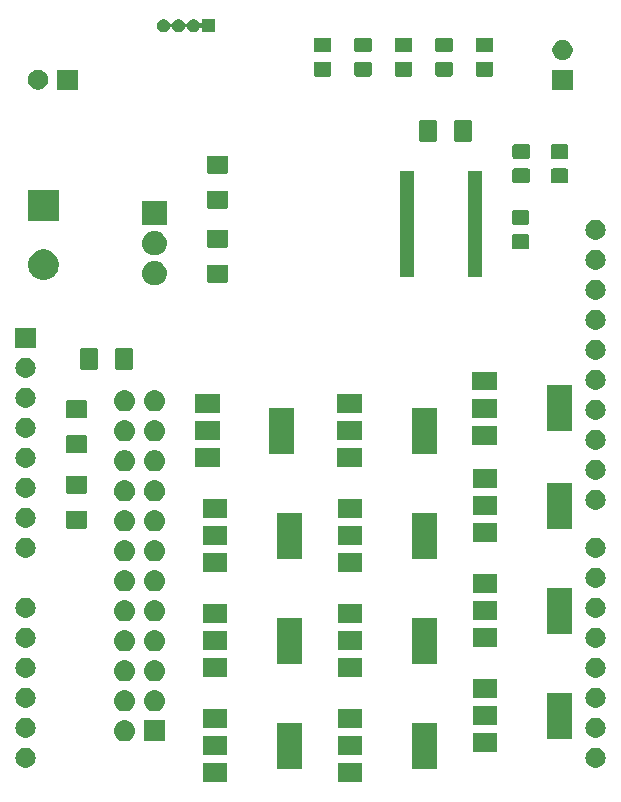
<source format=gbr>
G04 #@! TF.GenerationSoftware,KiCad,Pcbnew,5.0.2-bee76a0~70~ubuntu18.04.1*
G04 #@! TF.CreationDate,2019-02-08T11:17:56-07:00*
G04 #@! TF.ProjectId,driver,64726976-6572-42e6-9b69-6361645f7063,rev?*
G04 #@! TF.SameCoordinates,Original*
G04 #@! TF.FileFunction,Soldermask,Top*
G04 #@! TF.FilePolarity,Negative*
%FSLAX46Y46*%
G04 Gerber Fmt 4.6, Leading zero omitted, Abs format (unit mm)*
G04 Created by KiCad (PCBNEW 5.0.2-bee76a0~70~ubuntu18.04.1) date Fri 08 Feb 2019 11:17:56 AM MST*
%MOMM*%
%LPD*%
G01*
G04 APERTURE LIST*
%ADD10C,0.100000*%
G04 APERTURE END LIST*
D10*
G36*
X106511000Y-138991000D02*
X104409000Y-138991000D01*
X104409000Y-137389000D01*
X106511000Y-137389000D01*
X106511000Y-138991000D01*
X106511000Y-138991000D01*
G37*
G36*
X95081000Y-138991000D02*
X92979000Y-138991000D01*
X92979000Y-137389000D01*
X95081000Y-137389000D01*
X95081000Y-138991000D01*
X95081000Y-138991000D01*
G37*
G36*
X101381000Y-137841000D02*
X99279000Y-137841000D01*
X99279000Y-133939000D01*
X101381000Y-133939000D01*
X101381000Y-137841000D01*
X101381000Y-137841000D01*
G37*
G36*
X112811000Y-137841000D02*
X110709000Y-137841000D01*
X110709000Y-133939000D01*
X112811000Y-133939000D01*
X112811000Y-137841000D01*
X112811000Y-137841000D01*
G37*
G36*
X78144821Y-136067313D02*
X78144824Y-136067314D01*
X78144825Y-136067314D01*
X78305239Y-136115975D01*
X78305241Y-136115976D01*
X78305244Y-136115977D01*
X78453078Y-136194995D01*
X78582659Y-136301341D01*
X78689005Y-136430922D01*
X78768023Y-136578756D01*
X78816687Y-136739179D01*
X78833117Y-136906000D01*
X78816687Y-137072821D01*
X78768023Y-137233244D01*
X78689005Y-137381078D01*
X78582659Y-137510659D01*
X78453078Y-137617005D01*
X78305244Y-137696023D01*
X78305241Y-137696024D01*
X78305239Y-137696025D01*
X78144825Y-137744686D01*
X78144824Y-137744686D01*
X78144821Y-137744687D01*
X78019804Y-137757000D01*
X77936196Y-137757000D01*
X77811179Y-137744687D01*
X77811176Y-137744686D01*
X77811175Y-137744686D01*
X77650761Y-137696025D01*
X77650759Y-137696024D01*
X77650756Y-137696023D01*
X77502922Y-137617005D01*
X77373341Y-137510659D01*
X77266995Y-137381078D01*
X77187977Y-137233244D01*
X77139313Y-137072821D01*
X77122883Y-136906000D01*
X77139313Y-136739179D01*
X77187977Y-136578756D01*
X77266995Y-136430922D01*
X77373341Y-136301341D01*
X77502922Y-136194995D01*
X77650756Y-136115977D01*
X77650759Y-136115976D01*
X77650761Y-136115975D01*
X77811175Y-136067314D01*
X77811176Y-136067314D01*
X77811179Y-136067313D01*
X77936196Y-136055000D01*
X78019804Y-136055000D01*
X78144821Y-136067313D01*
X78144821Y-136067313D01*
G37*
G36*
X126404821Y-136067313D02*
X126404824Y-136067314D01*
X126404825Y-136067314D01*
X126565239Y-136115975D01*
X126565241Y-136115976D01*
X126565244Y-136115977D01*
X126713078Y-136194995D01*
X126842659Y-136301341D01*
X126949005Y-136430922D01*
X127028023Y-136578756D01*
X127076687Y-136739179D01*
X127093117Y-136906000D01*
X127076687Y-137072821D01*
X127028023Y-137233244D01*
X126949005Y-137381078D01*
X126842659Y-137510659D01*
X126713078Y-137617005D01*
X126565244Y-137696023D01*
X126565241Y-137696024D01*
X126565239Y-137696025D01*
X126404825Y-137744686D01*
X126404824Y-137744686D01*
X126404821Y-137744687D01*
X126279804Y-137757000D01*
X126196196Y-137757000D01*
X126071179Y-137744687D01*
X126071176Y-137744686D01*
X126071175Y-137744686D01*
X125910761Y-137696025D01*
X125910759Y-137696024D01*
X125910756Y-137696023D01*
X125762922Y-137617005D01*
X125633341Y-137510659D01*
X125526995Y-137381078D01*
X125447977Y-137233244D01*
X125399313Y-137072821D01*
X125382883Y-136906000D01*
X125399313Y-136739179D01*
X125447977Y-136578756D01*
X125526995Y-136430922D01*
X125633341Y-136301341D01*
X125762922Y-136194995D01*
X125910756Y-136115977D01*
X125910759Y-136115976D01*
X125910761Y-136115975D01*
X126071175Y-136067314D01*
X126071176Y-136067314D01*
X126071179Y-136067313D01*
X126196196Y-136055000D01*
X126279804Y-136055000D01*
X126404821Y-136067313D01*
X126404821Y-136067313D01*
G37*
G36*
X106511000Y-136691000D02*
X104409000Y-136691000D01*
X104409000Y-135089000D01*
X106511000Y-135089000D01*
X106511000Y-136691000D01*
X106511000Y-136691000D01*
G37*
G36*
X95081000Y-136691000D02*
X92979000Y-136691000D01*
X92979000Y-135089000D01*
X95081000Y-135089000D01*
X95081000Y-136691000D01*
X95081000Y-136691000D01*
G37*
G36*
X117941000Y-136451000D02*
X115839000Y-136451000D01*
X115839000Y-134849000D01*
X117941000Y-134849000D01*
X117941000Y-136451000D01*
X117941000Y-136451000D01*
G37*
G36*
X86470443Y-133725519D02*
X86536627Y-133732037D01*
X86649853Y-133766384D01*
X86706467Y-133783557D01*
X86845087Y-133857652D01*
X86862991Y-133867222D01*
X86891869Y-133890922D01*
X87000186Y-133979814D01*
X87083448Y-134081271D01*
X87112778Y-134117009D01*
X87112779Y-134117011D01*
X87196443Y-134273533D01*
X87196443Y-134273534D01*
X87247963Y-134443373D01*
X87265359Y-134620000D01*
X87247963Y-134796627D01*
X87234479Y-134841078D01*
X87196443Y-134966467D01*
X87194202Y-134970659D01*
X87112778Y-135122991D01*
X87083448Y-135158729D01*
X87000186Y-135260186D01*
X86898729Y-135343448D01*
X86862991Y-135372778D01*
X86862989Y-135372779D01*
X86706467Y-135456443D01*
X86649853Y-135473616D01*
X86536627Y-135507963D01*
X86470443Y-135514481D01*
X86404260Y-135521000D01*
X86315740Y-135521000D01*
X86249557Y-135514481D01*
X86183373Y-135507963D01*
X86070147Y-135473616D01*
X86013533Y-135456443D01*
X85857011Y-135372779D01*
X85857009Y-135372778D01*
X85821271Y-135343448D01*
X85719814Y-135260186D01*
X85636552Y-135158729D01*
X85607222Y-135122991D01*
X85525798Y-134970659D01*
X85523557Y-134966467D01*
X85485521Y-134841078D01*
X85472037Y-134796627D01*
X85454641Y-134620000D01*
X85472037Y-134443373D01*
X85523557Y-134273534D01*
X85523557Y-134273533D01*
X85607221Y-134117011D01*
X85607222Y-134117009D01*
X85636552Y-134081271D01*
X85719814Y-133979814D01*
X85828131Y-133890922D01*
X85857009Y-133867222D01*
X85874913Y-133857652D01*
X86013533Y-133783557D01*
X86070147Y-133766384D01*
X86183373Y-133732037D01*
X86249557Y-133725519D01*
X86315740Y-133719000D01*
X86404260Y-133719000D01*
X86470443Y-133725519D01*
X86470443Y-133725519D01*
G37*
G36*
X89801000Y-135521000D02*
X87999000Y-135521000D01*
X87999000Y-133719000D01*
X89801000Y-133719000D01*
X89801000Y-135521000D01*
X89801000Y-135521000D01*
G37*
G36*
X124241000Y-135301000D02*
X122139000Y-135301000D01*
X122139000Y-131399000D01*
X124241000Y-131399000D01*
X124241000Y-135301000D01*
X124241000Y-135301000D01*
G37*
G36*
X126404821Y-133527313D02*
X126404824Y-133527314D01*
X126404825Y-133527314D01*
X126565239Y-133575975D01*
X126565241Y-133575976D01*
X126565244Y-133575977D01*
X126713078Y-133654995D01*
X126842659Y-133761341D01*
X126949005Y-133890922D01*
X127028023Y-134038756D01*
X127028024Y-134038759D01*
X127028025Y-134038761D01*
X127062072Y-134151000D01*
X127076687Y-134199179D01*
X127093117Y-134366000D01*
X127076687Y-134532821D01*
X127076686Y-134532824D01*
X127076686Y-134532825D01*
X127050242Y-134620000D01*
X127028023Y-134693244D01*
X126949005Y-134841078D01*
X126842659Y-134970659D01*
X126713078Y-135077005D01*
X126565244Y-135156023D01*
X126565241Y-135156024D01*
X126565239Y-135156025D01*
X126404825Y-135204686D01*
X126404824Y-135204686D01*
X126404821Y-135204687D01*
X126279804Y-135217000D01*
X126196196Y-135217000D01*
X126071179Y-135204687D01*
X126071176Y-135204686D01*
X126071175Y-135204686D01*
X125910761Y-135156025D01*
X125910759Y-135156024D01*
X125910756Y-135156023D01*
X125762922Y-135077005D01*
X125633341Y-134970659D01*
X125526995Y-134841078D01*
X125447977Y-134693244D01*
X125425759Y-134620000D01*
X125399314Y-134532825D01*
X125399314Y-134532824D01*
X125399313Y-134532821D01*
X125382883Y-134366000D01*
X125399313Y-134199179D01*
X125413928Y-134151000D01*
X125447975Y-134038761D01*
X125447976Y-134038759D01*
X125447977Y-134038756D01*
X125526995Y-133890922D01*
X125633341Y-133761341D01*
X125762922Y-133654995D01*
X125910756Y-133575977D01*
X125910759Y-133575976D01*
X125910761Y-133575975D01*
X126071175Y-133527314D01*
X126071176Y-133527314D01*
X126071179Y-133527313D01*
X126196196Y-133515000D01*
X126279804Y-133515000D01*
X126404821Y-133527313D01*
X126404821Y-133527313D01*
G37*
G36*
X78144821Y-133527313D02*
X78144824Y-133527314D01*
X78144825Y-133527314D01*
X78305239Y-133575975D01*
X78305241Y-133575976D01*
X78305244Y-133575977D01*
X78453078Y-133654995D01*
X78582659Y-133761341D01*
X78689005Y-133890922D01*
X78768023Y-134038756D01*
X78768024Y-134038759D01*
X78768025Y-134038761D01*
X78802072Y-134151000D01*
X78816687Y-134199179D01*
X78833117Y-134366000D01*
X78816687Y-134532821D01*
X78816686Y-134532824D01*
X78816686Y-134532825D01*
X78790242Y-134620000D01*
X78768023Y-134693244D01*
X78689005Y-134841078D01*
X78582659Y-134970659D01*
X78453078Y-135077005D01*
X78305244Y-135156023D01*
X78305241Y-135156024D01*
X78305239Y-135156025D01*
X78144825Y-135204686D01*
X78144824Y-135204686D01*
X78144821Y-135204687D01*
X78019804Y-135217000D01*
X77936196Y-135217000D01*
X77811179Y-135204687D01*
X77811176Y-135204686D01*
X77811175Y-135204686D01*
X77650761Y-135156025D01*
X77650759Y-135156024D01*
X77650756Y-135156023D01*
X77502922Y-135077005D01*
X77373341Y-134970659D01*
X77266995Y-134841078D01*
X77187977Y-134693244D01*
X77165759Y-134620000D01*
X77139314Y-134532825D01*
X77139314Y-134532824D01*
X77139313Y-134532821D01*
X77122883Y-134366000D01*
X77139313Y-134199179D01*
X77153928Y-134151000D01*
X77187975Y-134038761D01*
X77187976Y-134038759D01*
X77187977Y-134038756D01*
X77266995Y-133890922D01*
X77373341Y-133761341D01*
X77502922Y-133654995D01*
X77650756Y-133575977D01*
X77650759Y-133575976D01*
X77650761Y-133575975D01*
X77811175Y-133527314D01*
X77811176Y-133527314D01*
X77811179Y-133527313D01*
X77936196Y-133515000D01*
X78019804Y-133515000D01*
X78144821Y-133527313D01*
X78144821Y-133527313D01*
G37*
G36*
X95081000Y-134391000D02*
X92979000Y-134391000D01*
X92979000Y-132789000D01*
X95081000Y-132789000D01*
X95081000Y-134391000D01*
X95081000Y-134391000D01*
G37*
G36*
X106511000Y-134391000D02*
X104409000Y-134391000D01*
X104409000Y-132789000D01*
X106511000Y-132789000D01*
X106511000Y-134391000D01*
X106511000Y-134391000D01*
G37*
G36*
X117941000Y-134151000D02*
X115839000Y-134151000D01*
X115839000Y-132549000D01*
X117941000Y-132549000D01*
X117941000Y-134151000D01*
X117941000Y-134151000D01*
G37*
G36*
X86470442Y-131185518D02*
X86536627Y-131192037D01*
X86649853Y-131226384D01*
X86706467Y-131243557D01*
X86845087Y-131317652D01*
X86862991Y-131327222D01*
X86891869Y-131350922D01*
X87000186Y-131439814D01*
X87083448Y-131541271D01*
X87112778Y-131577009D01*
X87112779Y-131577011D01*
X87196443Y-131733533D01*
X87196443Y-131733534D01*
X87247963Y-131903373D01*
X87265359Y-132080000D01*
X87247963Y-132256627D01*
X87234479Y-132301078D01*
X87196443Y-132426467D01*
X87194202Y-132430659D01*
X87112778Y-132582991D01*
X87083448Y-132618729D01*
X87000186Y-132720186D01*
X86898729Y-132803448D01*
X86862991Y-132832778D01*
X86862989Y-132832779D01*
X86706467Y-132916443D01*
X86649853Y-132933616D01*
X86536627Y-132967963D01*
X86470443Y-132974481D01*
X86404260Y-132981000D01*
X86315740Y-132981000D01*
X86249557Y-132974481D01*
X86183373Y-132967963D01*
X86070147Y-132933616D01*
X86013533Y-132916443D01*
X85857011Y-132832779D01*
X85857009Y-132832778D01*
X85821271Y-132803448D01*
X85719814Y-132720186D01*
X85636552Y-132618729D01*
X85607222Y-132582991D01*
X85525798Y-132430659D01*
X85523557Y-132426467D01*
X85485521Y-132301078D01*
X85472037Y-132256627D01*
X85454641Y-132080000D01*
X85472037Y-131903373D01*
X85523557Y-131733534D01*
X85523557Y-131733533D01*
X85607221Y-131577011D01*
X85607222Y-131577009D01*
X85636552Y-131541271D01*
X85719814Y-131439814D01*
X85828131Y-131350922D01*
X85857009Y-131327222D01*
X85874913Y-131317652D01*
X86013533Y-131243557D01*
X86070147Y-131226384D01*
X86183373Y-131192037D01*
X86249558Y-131185518D01*
X86315740Y-131179000D01*
X86404260Y-131179000D01*
X86470442Y-131185518D01*
X86470442Y-131185518D01*
G37*
G36*
X89010442Y-131185518D02*
X89076627Y-131192037D01*
X89189853Y-131226384D01*
X89246467Y-131243557D01*
X89385087Y-131317652D01*
X89402991Y-131327222D01*
X89431869Y-131350922D01*
X89540186Y-131439814D01*
X89623448Y-131541271D01*
X89652778Y-131577009D01*
X89652779Y-131577011D01*
X89736443Y-131733533D01*
X89736443Y-131733534D01*
X89787963Y-131903373D01*
X89805359Y-132080000D01*
X89787963Y-132256627D01*
X89774479Y-132301078D01*
X89736443Y-132426467D01*
X89734202Y-132430659D01*
X89652778Y-132582991D01*
X89623448Y-132618729D01*
X89540186Y-132720186D01*
X89438729Y-132803448D01*
X89402991Y-132832778D01*
X89402989Y-132832779D01*
X89246467Y-132916443D01*
X89189853Y-132933616D01*
X89076627Y-132967963D01*
X89010443Y-132974481D01*
X88944260Y-132981000D01*
X88855740Y-132981000D01*
X88789557Y-132974481D01*
X88723373Y-132967963D01*
X88610147Y-132933616D01*
X88553533Y-132916443D01*
X88397011Y-132832779D01*
X88397009Y-132832778D01*
X88361271Y-132803448D01*
X88259814Y-132720186D01*
X88176552Y-132618729D01*
X88147222Y-132582991D01*
X88065798Y-132430659D01*
X88063557Y-132426467D01*
X88025521Y-132301078D01*
X88012037Y-132256627D01*
X87994641Y-132080000D01*
X88012037Y-131903373D01*
X88063557Y-131733534D01*
X88063557Y-131733533D01*
X88147221Y-131577011D01*
X88147222Y-131577009D01*
X88176552Y-131541271D01*
X88259814Y-131439814D01*
X88368131Y-131350922D01*
X88397009Y-131327222D01*
X88414913Y-131317652D01*
X88553533Y-131243557D01*
X88610147Y-131226384D01*
X88723373Y-131192037D01*
X88789558Y-131185518D01*
X88855740Y-131179000D01*
X88944260Y-131179000D01*
X89010442Y-131185518D01*
X89010442Y-131185518D01*
G37*
G36*
X78144821Y-130987313D02*
X78144824Y-130987314D01*
X78144825Y-130987314D01*
X78305239Y-131035975D01*
X78305241Y-131035976D01*
X78305244Y-131035977D01*
X78453078Y-131114995D01*
X78582659Y-131221341D01*
X78689005Y-131350922D01*
X78768023Y-131498756D01*
X78768024Y-131498759D01*
X78768025Y-131498761D01*
X78816686Y-131659175D01*
X78816687Y-131659179D01*
X78833117Y-131826000D01*
X78816687Y-131992821D01*
X78816686Y-131992824D01*
X78816686Y-131992825D01*
X78790242Y-132080000D01*
X78768023Y-132153244D01*
X78689005Y-132301078D01*
X78582659Y-132430659D01*
X78453078Y-132537005D01*
X78305244Y-132616023D01*
X78305241Y-132616024D01*
X78305239Y-132616025D01*
X78144825Y-132664686D01*
X78144824Y-132664686D01*
X78144821Y-132664687D01*
X78019804Y-132677000D01*
X77936196Y-132677000D01*
X77811179Y-132664687D01*
X77811176Y-132664686D01*
X77811175Y-132664686D01*
X77650761Y-132616025D01*
X77650759Y-132616024D01*
X77650756Y-132616023D01*
X77502922Y-132537005D01*
X77373341Y-132430659D01*
X77266995Y-132301078D01*
X77187977Y-132153244D01*
X77165759Y-132080000D01*
X77139314Y-131992825D01*
X77139314Y-131992824D01*
X77139313Y-131992821D01*
X77122883Y-131826000D01*
X77139313Y-131659179D01*
X77139314Y-131659175D01*
X77187975Y-131498761D01*
X77187976Y-131498759D01*
X77187977Y-131498756D01*
X77266995Y-131350922D01*
X77373341Y-131221341D01*
X77502922Y-131114995D01*
X77650756Y-131035977D01*
X77650759Y-131035976D01*
X77650761Y-131035975D01*
X77811175Y-130987314D01*
X77811176Y-130987314D01*
X77811179Y-130987313D01*
X77936196Y-130975000D01*
X78019804Y-130975000D01*
X78144821Y-130987313D01*
X78144821Y-130987313D01*
G37*
G36*
X126404821Y-130987313D02*
X126404824Y-130987314D01*
X126404825Y-130987314D01*
X126565239Y-131035975D01*
X126565241Y-131035976D01*
X126565244Y-131035977D01*
X126713078Y-131114995D01*
X126842659Y-131221341D01*
X126949005Y-131350922D01*
X127028023Y-131498756D01*
X127028024Y-131498759D01*
X127028025Y-131498761D01*
X127076686Y-131659175D01*
X127076687Y-131659179D01*
X127093117Y-131826000D01*
X127076687Y-131992821D01*
X127076686Y-131992824D01*
X127076686Y-131992825D01*
X127050242Y-132080000D01*
X127028023Y-132153244D01*
X126949005Y-132301078D01*
X126842659Y-132430659D01*
X126713078Y-132537005D01*
X126565244Y-132616023D01*
X126565241Y-132616024D01*
X126565239Y-132616025D01*
X126404825Y-132664686D01*
X126404824Y-132664686D01*
X126404821Y-132664687D01*
X126279804Y-132677000D01*
X126196196Y-132677000D01*
X126071179Y-132664687D01*
X126071176Y-132664686D01*
X126071175Y-132664686D01*
X125910761Y-132616025D01*
X125910759Y-132616024D01*
X125910756Y-132616023D01*
X125762922Y-132537005D01*
X125633341Y-132430659D01*
X125526995Y-132301078D01*
X125447977Y-132153244D01*
X125425759Y-132080000D01*
X125399314Y-131992825D01*
X125399314Y-131992824D01*
X125399313Y-131992821D01*
X125382883Y-131826000D01*
X125399313Y-131659179D01*
X125399314Y-131659175D01*
X125447975Y-131498761D01*
X125447976Y-131498759D01*
X125447977Y-131498756D01*
X125526995Y-131350922D01*
X125633341Y-131221341D01*
X125762922Y-131114995D01*
X125910756Y-131035977D01*
X125910759Y-131035976D01*
X125910761Y-131035975D01*
X126071175Y-130987314D01*
X126071176Y-130987314D01*
X126071179Y-130987313D01*
X126196196Y-130975000D01*
X126279804Y-130975000D01*
X126404821Y-130987313D01*
X126404821Y-130987313D01*
G37*
G36*
X117941000Y-131851000D02*
X115839000Y-131851000D01*
X115839000Y-130249000D01*
X117941000Y-130249000D01*
X117941000Y-131851000D01*
X117941000Y-131851000D01*
G37*
G36*
X86470443Y-128645519D02*
X86536627Y-128652037D01*
X86649853Y-128686384D01*
X86706467Y-128703557D01*
X86845087Y-128777652D01*
X86862991Y-128787222D01*
X86891869Y-128810922D01*
X87000186Y-128899814D01*
X87083448Y-129001271D01*
X87112778Y-129037009D01*
X87112779Y-129037011D01*
X87196443Y-129193533D01*
X87196443Y-129193534D01*
X87247963Y-129363373D01*
X87265359Y-129540000D01*
X87247963Y-129716627D01*
X87234479Y-129761078D01*
X87196443Y-129886467D01*
X87194202Y-129890659D01*
X87112778Y-130042991D01*
X87083448Y-130078729D01*
X87000186Y-130180186D01*
X86898729Y-130263448D01*
X86862991Y-130292778D01*
X86862989Y-130292779D01*
X86706467Y-130376443D01*
X86649853Y-130393616D01*
X86536627Y-130427963D01*
X86470443Y-130434481D01*
X86404260Y-130441000D01*
X86315740Y-130441000D01*
X86249557Y-130434481D01*
X86183373Y-130427963D01*
X86070147Y-130393616D01*
X86013533Y-130376443D01*
X85857011Y-130292779D01*
X85857009Y-130292778D01*
X85821271Y-130263448D01*
X85719814Y-130180186D01*
X85636552Y-130078729D01*
X85607222Y-130042991D01*
X85525798Y-129890659D01*
X85523557Y-129886467D01*
X85485521Y-129761078D01*
X85472037Y-129716627D01*
X85454641Y-129540000D01*
X85472037Y-129363373D01*
X85523557Y-129193534D01*
X85523557Y-129193533D01*
X85607221Y-129037011D01*
X85607222Y-129037009D01*
X85636552Y-129001271D01*
X85719814Y-128899814D01*
X85828131Y-128810922D01*
X85857009Y-128787222D01*
X85874913Y-128777652D01*
X86013533Y-128703557D01*
X86070147Y-128686384D01*
X86183373Y-128652037D01*
X86249557Y-128645519D01*
X86315740Y-128639000D01*
X86404260Y-128639000D01*
X86470443Y-128645519D01*
X86470443Y-128645519D01*
G37*
G36*
X89010443Y-128645519D02*
X89076627Y-128652037D01*
X89189853Y-128686384D01*
X89246467Y-128703557D01*
X89385087Y-128777652D01*
X89402991Y-128787222D01*
X89431869Y-128810922D01*
X89540186Y-128899814D01*
X89623448Y-129001271D01*
X89652778Y-129037009D01*
X89652779Y-129037011D01*
X89736443Y-129193533D01*
X89736443Y-129193534D01*
X89787963Y-129363373D01*
X89805359Y-129540000D01*
X89787963Y-129716627D01*
X89774479Y-129761078D01*
X89736443Y-129886467D01*
X89734202Y-129890659D01*
X89652778Y-130042991D01*
X89623448Y-130078729D01*
X89540186Y-130180186D01*
X89438729Y-130263448D01*
X89402991Y-130292778D01*
X89402989Y-130292779D01*
X89246467Y-130376443D01*
X89189853Y-130393616D01*
X89076627Y-130427963D01*
X89010443Y-130434481D01*
X88944260Y-130441000D01*
X88855740Y-130441000D01*
X88789557Y-130434481D01*
X88723373Y-130427963D01*
X88610147Y-130393616D01*
X88553533Y-130376443D01*
X88397011Y-130292779D01*
X88397009Y-130292778D01*
X88361271Y-130263448D01*
X88259814Y-130180186D01*
X88176552Y-130078729D01*
X88147222Y-130042991D01*
X88065798Y-129890659D01*
X88063557Y-129886467D01*
X88025521Y-129761078D01*
X88012037Y-129716627D01*
X87994641Y-129540000D01*
X88012037Y-129363373D01*
X88063557Y-129193534D01*
X88063557Y-129193533D01*
X88147221Y-129037011D01*
X88147222Y-129037009D01*
X88176552Y-129001271D01*
X88259814Y-128899814D01*
X88368131Y-128810922D01*
X88397009Y-128787222D01*
X88414913Y-128777652D01*
X88553533Y-128703557D01*
X88610147Y-128686384D01*
X88723373Y-128652037D01*
X88789557Y-128645519D01*
X88855740Y-128639000D01*
X88944260Y-128639000D01*
X89010443Y-128645519D01*
X89010443Y-128645519D01*
G37*
G36*
X126404821Y-128447313D02*
X126404824Y-128447314D01*
X126404825Y-128447314D01*
X126565239Y-128495975D01*
X126565241Y-128495976D01*
X126565244Y-128495977D01*
X126713078Y-128574995D01*
X126842659Y-128681341D01*
X126949005Y-128810922D01*
X127028023Y-128958756D01*
X127028024Y-128958759D01*
X127028025Y-128958761D01*
X127076686Y-129119175D01*
X127076687Y-129119179D01*
X127093117Y-129286000D01*
X127076687Y-129452821D01*
X127076686Y-129452824D01*
X127076686Y-129452825D01*
X127050242Y-129540000D01*
X127028023Y-129613244D01*
X126949005Y-129761078D01*
X126842659Y-129890659D01*
X126713078Y-129997005D01*
X126565244Y-130076023D01*
X126565241Y-130076024D01*
X126565239Y-130076025D01*
X126404825Y-130124686D01*
X126404824Y-130124686D01*
X126404821Y-130124687D01*
X126279804Y-130137000D01*
X126196196Y-130137000D01*
X126071179Y-130124687D01*
X126071176Y-130124686D01*
X126071175Y-130124686D01*
X125910761Y-130076025D01*
X125910759Y-130076024D01*
X125910756Y-130076023D01*
X125762922Y-129997005D01*
X125633341Y-129890659D01*
X125526995Y-129761078D01*
X125447977Y-129613244D01*
X125425759Y-129540000D01*
X125399314Y-129452825D01*
X125399314Y-129452824D01*
X125399313Y-129452821D01*
X125382883Y-129286000D01*
X125399313Y-129119179D01*
X125399314Y-129119175D01*
X125447975Y-128958761D01*
X125447976Y-128958759D01*
X125447977Y-128958756D01*
X125526995Y-128810922D01*
X125633341Y-128681341D01*
X125762922Y-128574995D01*
X125910756Y-128495977D01*
X125910759Y-128495976D01*
X125910761Y-128495975D01*
X126071175Y-128447314D01*
X126071176Y-128447314D01*
X126071179Y-128447313D01*
X126196196Y-128435000D01*
X126279804Y-128435000D01*
X126404821Y-128447313D01*
X126404821Y-128447313D01*
G37*
G36*
X78144821Y-128447313D02*
X78144824Y-128447314D01*
X78144825Y-128447314D01*
X78305239Y-128495975D01*
X78305241Y-128495976D01*
X78305244Y-128495977D01*
X78453078Y-128574995D01*
X78582659Y-128681341D01*
X78689005Y-128810922D01*
X78768023Y-128958756D01*
X78768024Y-128958759D01*
X78768025Y-128958761D01*
X78816686Y-129119175D01*
X78816687Y-129119179D01*
X78833117Y-129286000D01*
X78816687Y-129452821D01*
X78816686Y-129452824D01*
X78816686Y-129452825D01*
X78790242Y-129540000D01*
X78768023Y-129613244D01*
X78689005Y-129761078D01*
X78582659Y-129890659D01*
X78453078Y-129997005D01*
X78305244Y-130076023D01*
X78305241Y-130076024D01*
X78305239Y-130076025D01*
X78144825Y-130124686D01*
X78144824Y-130124686D01*
X78144821Y-130124687D01*
X78019804Y-130137000D01*
X77936196Y-130137000D01*
X77811179Y-130124687D01*
X77811176Y-130124686D01*
X77811175Y-130124686D01*
X77650761Y-130076025D01*
X77650759Y-130076024D01*
X77650756Y-130076023D01*
X77502922Y-129997005D01*
X77373341Y-129890659D01*
X77266995Y-129761078D01*
X77187977Y-129613244D01*
X77165759Y-129540000D01*
X77139314Y-129452825D01*
X77139314Y-129452824D01*
X77139313Y-129452821D01*
X77122883Y-129286000D01*
X77139313Y-129119179D01*
X77139314Y-129119175D01*
X77187975Y-128958761D01*
X77187976Y-128958759D01*
X77187977Y-128958756D01*
X77266995Y-128810922D01*
X77373341Y-128681341D01*
X77502922Y-128574995D01*
X77650756Y-128495977D01*
X77650759Y-128495976D01*
X77650761Y-128495975D01*
X77811175Y-128447314D01*
X77811176Y-128447314D01*
X77811179Y-128447313D01*
X77936196Y-128435000D01*
X78019804Y-128435000D01*
X78144821Y-128447313D01*
X78144821Y-128447313D01*
G37*
G36*
X106511000Y-130101000D02*
X104409000Y-130101000D01*
X104409000Y-128499000D01*
X106511000Y-128499000D01*
X106511000Y-130101000D01*
X106511000Y-130101000D01*
G37*
G36*
X95081000Y-130101000D02*
X92979000Y-130101000D01*
X92979000Y-128499000D01*
X95081000Y-128499000D01*
X95081000Y-130101000D01*
X95081000Y-130101000D01*
G37*
G36*
X112811000Y-128951000D02*
X110709000Y-128951000D01*
X110709000Y-125049000D01*
X112811000Y-125049000D01*
X112811000Y-128951000D01*
X112811000Y-128951000D01*
G37*
G36*
X101381000Y-128951000D02*
X99279000Y-128951000D01*
X99279000Y-125049000D01*
X101381000Y-125049000D01*
X101381000Y-128951000D01*
X101381000Y-128951000D01*
G37*
G36*
X86470443Y-126105519D02*
X86536627Y-126112037D01*
X86649853Y-126146384D01*
X86706467Y-126163557D01*
X86772775Y-126199000D01*
X86862991Y-126247222D01*
X86891869Y-126270922D01*
X87000186Y-126359814D01*
X87083448Y-126461271D01*
X87112778Y-126497009D01*
X87112779Y-126497011D01*
X87196443Y-126653533D01*
X87196443Y-126653534D01*
X87247963Y-126823373D01*
X87265359Y-127000000D01*
X87247963Y-127176627D01*
X87234479Y-127221078D01*
X87196443Y-127346467D01*
X87194202Y-127350659D01*
X87112778Y-127502991D01*
X87083448Y-127538729D01*
X87000186Y-127640186D01*
X86898729Y-127723448D01*
X86862991Y-127752778D01*
X86862989Y-127752779D01*
X86706467Y-127836443D01*
X86649853Y-127853616D01*
X86536627Y-127887963D01*
X86470442Y-127894482D01*
X86404260Y-127901000D01*
X86315740Y-127901000D01*
X86249558Y-127894482D01*
X86183373Y-127887963D01*
X86070147Y-127853616D01*
X86013533Y-127836443D01*
X85857011Y-127752779D01*
X85857009Y-127752778D01*
X85821271Y-127723448D01*
X85719814Y-127640186D01*
X85636552Y-127538729D01*
X85607222Y-127502991D01*
X85525798Y-127350659D01*
X85523557Y-127346467D01*
X85485521Y-127221078D01*
X85472037Y-127176627D01*
X85454641Y-127000000D01*
X85472037Y-126823373D01*
X85523557Y-126653534D01*
X85523557Y-126653533D01*
X85607221Y-126497011D01*
X85607222Y-126497009D01*
X85636552Y-126461271D01*
X85719814Y-126359814D01*
X85828131Y-126270922D01*
X85857009Y-126247222D01*
X85947225Y-126199000D01*
X86013533Y-126163557D01*
X86070147Y-126146384D01*
X86183373Y-126112037D01*
X86249557Y-126105519D01*
X86315740Y-126099000D01*
X86404260Y-126099000D01*
X86470443Y-126105519D01*
X86470443Y-126105519D01*
G37*
G36*
X89010443Y-126105519D02*
X89076627Y-126112037D01*
X89189853Y-126146384D01*
X89246467Y-126163557D01*
X89312775Y-126199000D01*
X89402991Y-126247222D01*
X89431869Y-126270922D01*
X89540186Y-126359814D01*
X89623448Y-126461271D01*
X89652778Y-126497009D01*
X89652779Y-126497011D01*
X89736443Y-126653533D01*
X89736443Y-126653534D01*
X89787963Y-126823373D01*
X89805359Y-127000000D01*
X89787963Y-127176627D01*
X89774479Y-127221078D01*
X89736443Y-127346467D01*
X89734202Y-127350659D01*
X89652778Y-127502991D01*
X89623448Y-127538729D01*
X89540186Y-127640186D01*
X89438729Y-127723448D01*
X89402991Y-127752778D01*
X89402989Y-127752779D01*
X89246467Y-127836443D01*
X89189853Y-127853616D01*
X89076627Y-127887963D01*
X89010442Y-127894482D01*
X88944260Y-127901000D01*
X88855740Y-127901000D01*
X88789558Y-127894482D01*
X88723373Y-127887963D01*
X88610147Y-127853616D01*
X88553533Y-127836443D01*
X88397011Y-127752779D01*
X88397009Y-127752778D01*
X88361271Y-127723448D01*
X88259814Y-127640186D01*
X88176552Y-127538729D01*
X88147222Y-127502991D01*
X88065798Y-127350659D01*
X88063557Y-127346467D01*
X88025521Y-127221078D01*
X88012037Y-127176627D01*
X87994641Y-127000000D01*
X88012037Y-126823373D01*
X88063557Y-126653534D01*
X88063557Y-126653533D01*
X88147221Y-126497011D01*
X88147222Y-126497009D01*
X88176552Y-126461271D01*
X88259814Y-126359814D01*
X88368131Y-126270922D01*
X88397009Y-126247222D01*
X88487225Y-126199000D01*
X88553533Y-126163557D01*
X88610147Y-126146384D01*
X88723373Y-126112037D01*
X88789557Y-126105519D01*
X88855740Y-126099000D01*
X88944260Y-126099000D01*
X89010443Y-126105519D01*
X89010443Y-126105519D01*
G37*
G36*
X106511000Y-127801000D02*
X104409000Y-127801000D01*
X104409000Y-126199000D01*
X106511000Y-126199000D01*
X106511000Y-127801000D01*
X106511000Y-127801000D01*
G37*
G36*
X95081000Y-127801000D02*
X92979000Y-127801000D01*
X92979000Y-126199000D01*
X95081000Y-126199000D01*
X95081000Y-127801000D01*
X95081000Y-127801000D01*
G37*
G36*
X126404821Y-125907313D02*
X126404824Y-125907314D01*
X126404825Y-125907314D01*
X126565239Y-125955975D01*
X126565241Y-125955976D01*
X126565244Y-125955977D01*
X126713078Y-126034995D01*
X126842659Y-126141341D01*
X126949005Y-126270922D01*
X127028023Y-126418756D01*
X127028024Y-126418759D01*
X127028025Y-126418761D01*
X127076686Y-126579175D01*
X127076687Y-126579179D01*
X127093117Y-126746000D01*
X127076687Y-126912821D01*
X127076686Y-126912824D01*
X127076686Y-126912825D01*
X127050242Y-127000000D01*
X127028023Y-127073244D01*
X126949005Y-127221078D01*
X126842659Y-127350659D01*
X126713078Y-127457005D01*
X126565244Y-127536023D01*
X126565241Y-127536024D01*
X126565239Y-127536025D01*
X126404825Y-127584686D01*
X126404824Y-127584686D01*
X126404821Y-127584687D01*
X126279804Y-127597000D01*
X126196196Y-127597000D01*
X126071179Y-127584687D01*
X126071176Y-127584686D01*
X126071175Y-127584686D01*
X125910761Y-127536025D01*
X125910759Y-127536024D01*
X125910756Y-127536023D01*
X125762922Y-127457005D01*
X125633341Y-127350659D01*
X125526995Y-127221078D01*
X125447977Y-127073244D01*
X125425759Y-127000000D01*
X125399314Y-126912825D01*
X125399314Y-126912824D01*
X125399313Y-126912821D01*
X125382883Y-126746000D01*
X125399313Y-126579179D01*
X125399314Y-126579175D01*
X125447975Y-126418761D01*
X125447976Y-126418759D01*
X125447977Y-126418756D01*
X125526995Y-126270922D01*
X125633341Y-126141341D01*
X125762922Y-126034995D01*
X125910756Y-125955977D01*
X125910759Y-125955976D01*
X125910761Y-125955975D01*
X126071175Y-125907314D01*
X126071176Y-125907314D01*
X126071179Y-125907313D01*
X126196196Y-125895000D01*
X126279804Y-125895000D01*
X126404821Y-125907313D01*
X126404821Y-125907313D01*
G37*
G36*
X78144821Y-125907313D02*
X78144824Y-125907314D01*
X78144825Y-125907314D01*
X78305239Y-125955975D01*
X78305241Y-125955976D01*
X78305244Y-125955977D01*
X78453078Y-126034995D01*
X78582659Y-126141341D01*
X78689005Y-126270922D01*
X78768023Y-126418756D01*
X78768024Y-126418759D01*
X78768025Y-126418761D01*
X78816686Y-126579175D01*
X78816687Y-126579179D01*
X78833117Y-126746000D01*
X78816687Y-126912821D01*
X78816686Y-126912824D01*
X78816686Y-126912825D01*
X78790242Y-127000000D01*
X78768023Y-127073244D01*
X78689005Y-127221078D01*
X78582659Y-127350659D01*
X78453078Y-127457005D01*
X78305244Y-127536023D01*
X78305241Y-127536024D01*
X78305239Y-127536025D01*
X78144825Y-127584686D01*
X78144824Y-127584686D01*
X78144821Y-127584687D01*
X78019804Y-127597000D01*
X77936196Y-127597000D01*
X77811179Y-127584687D01*
X77811176Y-127584686D01*
X77811175Y-127584686D01*
X77650761Y-127536025D01*
X77650759Y-127536024D01*
X77650756Y-127536023D01*
X77502922Y-127457005D01*
X77373341Y-127350659D01*
X77266995Y-127221078D01*
X77187977Y-127073244D01*
X77165759Y-127000000D01*
X77139314Y-126912825D01*
X77139314Y-126912824D01*
X77139313Y-126912821D01*
X77122883Y-126746000D01*
X77139313Y-126579179D01*
X77139314Y-126579175D01*
X77187975Y-126418761D01*
X77187976Y-126418759D01*
X77187977Y-126418756D01*
X77266995Y-126270922D01*
X77373341Y-126141341D01*
X77502922Y-126034995D01*
X77650756Y-125955977D01*
X77650759Y-125955976D01*
X77650761Y-125955975D01*
X77811175Y-125907314D01*
X77811176Y-125907314D01*
X77811179Y-125907313D01*
X77936196Y-125895000D01*
X78019804Y-125895000D01*
X78144821Y-125907313D01*
X78144821Y-125907313D01*
G37*
G36*
X117941000Y-127561000D02*
X115839000Y-127561000D01*
X115839000Y-125959000D01*
X117941000Y-125959000D01*
X117941000Y-127561000D01*
X117941000Y-127561000D01*
G37*
G36*
X124241000Y-126411000D02*
X122139000Y-126411000D01*
X122139000Y-122509000D01*
X124241000Y-122509000D01*
X124241000Y-126411000D01*
X124241000Y-126411000D01*
G37*
G36*
X106511000Y-125501000D02*
X104409000Y-125501000D01*
X104409000Y-123899000D01*
X106511000Y-123899000D01*
X106511000Y-125501000D01*
X106511000Y-125501000D01*
G37*
G36*
X95081000Y-125501000D02*
X92979000Y-125501000D01*
X92979000Y-123899000D01*
X95081000Y-123899000D01*
X95081000Y-125501000D01*
X95081000Y-125501000D01*
G37*
G36*
X86470442Y-123565518D02*
X86536627Y-123572037D01*
X86649853Y-123606384D01*
X86706467Y-123623557D01*
X86772775Y-123659000D01*
X86862991Y-123707222D01*
X86891869Y-123730922D01*
X87000186Y-123819814D01*
X87065171Y-123899000D01*
X87112778Y-123957009D01*
X87112779Y-123957011D01*
X87196443Y-124113533D01*
X87196443Y-124113534D01*
X87247963Y-124283373D01*
X87265359Y-124460000D01*
X87247963Y-124636627D01*
X87234479Y-124681078D01*
X87196443Y-124806467D01*
X87194202Y-124810659D01*
X87112778Y-124962991D01*
X87083448Y-124998729D01*
X87000186Y-125100186D01*
X86898729Y-125183448D01*
X86862991Y-125212778D01*
X86862989Y-125212779D01*
X86706467Y-125296443D01*
X86649853Y-125313616D01*
X86536627Y-125347963D01*
X86470442Y-125354482D01*
X86404260Y-125361000D01*
X86315740Y-125361000D01*
X86249558Y-125354482D01*
X86183373Y-125347963D01*
X86070147Y-125313616D01*
X86013533Y-125296443D01*
X85857011Y-125212779D01*
X85857009Y-125212778D01*
X85821271Y-125183448D01*
X85719814Y-125100186D01*
X85636552Y-124998729D01*
X85607222Y-124962991D01*
X85525798Y-124810659D01*
X85523557Y-124806467D01*
X85485521Y-124681078D01*
X85472037Y-124636627D01*
X85454641Y-124460000D01*
X85472037Y-124283373D01*
X85523557Y-124113534D01*
X85523557Y-124113533D01*
X85607221Y-123957011D01*
X85607222Y-123957009D01*
X85654829Y-123899000D01*
X85719814Y-123819814D01*
X85828131Y-123730922D01*
X85857009Y-123707222D01*
X85947225Y-123659000D01*
X86013533Y-123623557D01*
X86070147Y-123606384D01*
X86183373Y-123572037D01*
X86249558Y-123565518D01*
X86315740Y-123559000D01*
X86404260Y-123559000D01*
X86470442Y-123565518D01*
X86470442Y-123565518D01*
G37*
G36*
X89010442Y-123565518D02*
X89076627Y-123572037D01*
X89189853Y-123606384D01*
X89246467Y-123623557D01*
X89312775Y-123659000D01*
X89402991Y-123707222D01*
X89431869Y-123730922D01*
X89540186Y-123819814D01*
X89605171Y-123899000D01*
X89652778Y-123957009D01*
X89652779Y-123957011D01*
X89736443Y-124113533D01*
X89736443Y-124113534D01*
X89787963Y-124283373D01*
X89805359Y-124460000D01*
X89787963Y-124636627D01*
X89774479Y-124681078D01*
X89736443Y-124806467D01*
X89734202Y-124810659D01*
X89652778Y-124962991D01*
X89623448Y-124998729D01*
X89540186Y-125100186D01*
X89438729Y-125183448D01*
X89402991Y-125212778D01*
X89402989Y-125212779D01*
X89246467Y-125296443D01*
X89189853Y-125313616D01*
X89076627Y-125347963D01*
X89010442Y-125354482D01*
X88944260Y-125361000D01*
X88855740Y-125361000D01*
X88789558Y-125354482D01*
X88723373Y-125347963D01*
X88610147Y-125313616D01*
X88553533Y-125296443D01*
X88397011Y-125212779D01*
X88397009Y-125212778D01*
X88361271Y-125183448D01*
X88259814Y-125100186D01*
X88176552Y-124998729D01*
X88147222Y-124962991D01*
X88065798Y-124810659D01*
X88063557Y-124806467D01*
X88025521Y-124681078D01*
X88012037Y-124636627D01*
X87994641Y-124460000D01*
X88012037Y-124283373D01*
X88063557Y-124113534D01*
X88063557Y-124113533D01*
X88147221Y-123957011D01*
X88147222Y-123957009D01*
X88194829Y-123899000D01*
X88259814Y-123819814D01*
X88368131Y-123730922D01*
X88397009Y-123707222D01*
X88487225Y-123659000D01*
X88553533Y-123623557D01*
X88610147Y-123606384D01*
X88723373Y-123572037D01*
X88789558Y-123565518D01*
X88855740Y-123559000D01*
X88944260Y-123559000D01*
X89010442Y-123565518D01*
X89010442Y-123565518D01*
G37*
G36*
X117941000Y-125261000D02*
X115839000Y-125261000D01*
X115839000Y-123659000D01*
X117941000Y-123659000D01*
X117941000Y-125261000D01*
X117941000Y-125261000D01*
G37*
G36*
X78144821Y-123367313D02*
X78144824Y-123367314D01*
X78144825Y-123367314D01*
X78305239Y-123415975D01*
X78305241Y-123415976D01*
X78305244Y-123415977D01*
X78453078Y-123494995D01*
X78582659Y-123601341D01*
X78689005Y-123730922D01*
X78768023Y-123878756D01*
X78768024Y-123878759D01*
X78768025Y-123878761D01*
X78816686Y-124039175D01*
X78816687Y-124039179D01*
X78833117Y-124206000D01*
X78816687Y-124372821D01*
X78816686Y-124372824D01*
X78816686Y-124372825D01*
X78790242Y-124460000D01*
X78768023Y-124533244D01*
X78689005Y-124681078D01*
X78582659Y-124810659D01*
X78453078Y-124917005D01*
X78305244Y-124996023D01*
X78305241Y-124996024D01*
X78305239Y-124996025D01*
X78144825Y-125044686D01*
X78144824Y-125044686D01*
X78144821Y-125044687D01*
X78019804Y-125057000D01*
X77936196Y-125057000D01*
X77811179Y-125044687D01*
X77811176Y-125044686D01*
X77811175Y-125044686D01*
X77650761Y-124996025D01*
X77650759Y-124996024D01*
X77650756Y-124996023D01*
X77502922Y-124917005D01*
X77373341Y-124810659D01*
X77266995Y-124681078D01*
X77187977Y-124533244D01*
X77165759Y-124460000D01*
X77139314Y-124372825D01*
X77139314Y-124372824D01*
X77139313Y-124372821D01*
X77122883Y-124206000D01*
X77139313Y-124039179D01*
X77139314Y-124039175D01*
X77187975Y-123878761D01*
X77187976Y-123878759D01*
X77187977Y-123878756D01*
X77266995Y-123730922D01*
X77373341Y-123601341D01*
X77502922Y-123494995D01*
X77650756Y-123415977D01*
X77650759Y-123415976D01*
X77650761Y-123415975D01*
X77811175Y-123367314D01*
X77811176Y-123367314D01*
X77811179Y-123367313D01*
X77936196Y-123355000D01*
X78019804Y-123355000D01*
X78144821Y-123367313D01*
X78144821Y-123367313D01*
G37*
G36*
X126404821Y-123367313D02*
X126404824Y-123367314D01*
X126404825Y-123367314D01*
X126565239Y-123415975D01*
X126565241Y-123415976D01*
X126565244Y-123415977D01*
X126713078Y-123494995D01*
X126842659Y-123601341D01*
X126949005Y-123730922D01*
X127028023Y-123878756D01*
X127028024Y-123878759D01*
X127028025Y-123878761D01*
X127076686Y-124039175D01*
X127076687Y-124039179D01*
X127093117Y-124206000D01*
X127076687Y-124372821D01*
X127076686Y-124372824D01*
X127076686Y-124372825D01*
X127050242Y-124460000D01*
X127028023Y-124533244D01*
X126949005Y-124681078D01*
X126842659Y-124810659D01*
X126713078Y-124917005D01*
X126565244Y-124996023D01*
X126565241Y-124996024D01*
X126565239Y-124996025D01*
X126404825Y-125044686D01*
X126404824Y-125044686D01*
X126404821Y-125044687D01*
X126279804Y-125057000D01*
X126196196Y-125057000D01*
X126071179Y-125044687D01*
X126071176Y-125044686D01*
X126071175Y-125044686D01*
X125910761Y-124996025D01*
X125910759Y-124996024D01*
X125910756Y-124996023D01*
X125762922Y-124917005D01*
X125633341Y-124810659D01*
X125526995Y-124681078D01*
X125447977Y-124533244D01*
X125425759Y-124460000D01*
X125399314Y-124372825D01*
X125399314Y-124372824D01*
X125399313Y-124372821D01*
X125382883Y-124206000D01*
X125399313Y-124039179D01*
X125399314Y-124039175D01*
X125447975Y-123878761D01*
X125447976Y-123878759D01*
X125447977Y-123878756D01*
X125526995Y-123730922D01*
X125633341Y-123601341D01*
X125762922Y-123494995D01*
X125910756Y-123415977D01*
X125910759Y-123415976D01*
X125910761Y-123415975D01*
X126071175Y-123367314D01*
X126071176Y-123367314D01*
X126071179Y-123367313D01*
X126196196Y-123355000D01*
X126279804Y-123355000D01*
X126404821Y-123367313D01*
X126404821Y-123367313D01*
G37*
G36*
X117941000Y-122961000D02*
X115839000Y-122961000D01*
X115839000Y-121359000D01*
X117941000Y-121359000D01*
X117941000Y-122961000D01*
X117941000Y-122961000D01*
G37*
G36*
X89010442Y-121025518D02*
X89076627Y-121032037D01*
X89189853Y-121066384D01*
X89246467Y-121083557D01*
X89385087Y-121157652D01*
X89402991Y-121167222D01*
X89431869Y-121190922D01*
X89540186Y-121279814D01*
X89605171Y-121359000D01*
X89652778Y-121417009D01*
X89652779Y-121417011D01*
X89736443Y-121573533D01*
X89736443Y-121573534D01*
X89787963Y-121743373D01*
X89805359Y-121920000D01*
X89787963Y-122096627D01*
X89774479Y-122141078D01*
X89736443Y-122266467D01*
X89734202Y-122270659D01*
X89652778Y-122422991D01*
X89623448Y-122458729D01*
X89540186Y-122560186D01*
X89438729Y-122643448D01*
X89402991Y-122672778D01*
X89402989Y-122672779D01*
X89246467Y-122756443D01*
X89189853Y-122773616D01*
X89076627Y-122807963D01*
X89010443Y-122814481D01*
X88944260Y-122821000D01*
X88855740Y-122821000D01*
X88789557Y-122814481D01*
X88723373Y-122807963D01*
X88610147Y-122773616D01*
X88553533Y-122756443D01*
X88397011Y-122672779D01*
X88397009Y-122672778D01*
X88361271Y-122643448D01*
X88259814Y-122560186D01*
X88176552Y-122458729D01*
X88147222Y-122422991D01*
X88065798Y-122270659D01*
X88063557Y-122266467D01*
X88025521Y-122141078D01*
X88012037Y-122096627D01*
X87994641Y-121920000D01*
X88012037Y-121743373D01*
X88063557Y-121573534D01*
X88063557Y-121573533D01*
X88147221Y-121417011D01*
X88147222Y-121417009D01*
X88194829Y-121359000D01*
X88259814Y-121279814D01*
X88368131Y-121190922D01*
X88397009Y-121167222D01*
X88414913Y-121157652D01*
X88553533Y-121083557D01*
X88610147Y-121066384D01*
X88723373Y-121032037D01*
X88789558Y-121025518D01*
X88855740Y-121019000D01*
X88944260Y-121019000D01*
X89010442Y-121025518D01*
X89010442Y-121025518D01*
G37*
G36*
X86470442Y-121025518D02*
X86536627Y-121032037D01*
X86649853Y-121066384D01*
X86706467Y-121083557D01*
X86845087Y-121157652D01*
X86862991Y-121167222D01*
X86891869Y-121190922D01*
X87000186Y-121279814D01*
X87065171Y-121359000D01*
X87112778Y-121417009D01*
X87112779Y-121417011D01*
X87196443Y-121573533D01*
X87196443Y-121573534D01*
X87247963Y-121743373D01*
X87265359Y-121920000D01*
X87247963Y-122096627D01*
X87234479Y-122141078D01*
X87196443Y-122266467D01*
X87194202Y-122270659D01*
X87112778Y-122422991D01*
X87083448Y-122458729D01*
X87000186Y-122560186D01*
X86898729Y-122643448D01*
X86862991Y-122672778D01*
X86862989Y-122672779D01*
X86706467Y-122756443D01*
X86649853Y-122773616D01*
X86536627Y-122807963D01*
X86470443Y-122814481D01*
X86404260Y-122821000D01*
X86315740Y-122821000D01*
X86249557Y-122814481D01*
X86183373Y-122807963D01*
X86070147Y-122773616D01*
X86013533Y-122756443D01*
X85857011Y-122672779D01*
X85857009Y-122672778D01*
X85821271Y-122643448D01*
X85719814Y-122560186D01*
X85636552Y-122458729D01*
X85607222Y-122422991D01*
X85525798Y-122270659D01*
X85523557Y-122266467D01*
X85485521Y-122141078D01*
X85472037Y-122096627D01*
X85454641Y-121920000D01*
X85472037Y-121743373D01*
X85523557Y-121573534D01*
X85523557Y-121573533D01*
X85607221Y-121417011D01*
X85607222Y-121417009D01*
X85654829Y-121359000D01*
X85719814Y-121279814D01*
X85828131Y-121190922D01*
X85857009Y-121167222D01*
X85874913Y-121157652D01*
X86013533Y-121083557D01*
X86070147Y-121066384D01*
X86183373Y-121032037D01*
X86249558Y-121025518D01*
X86315740Y-121019000D01*
X86404260Y-121019000D01*
X86470442Y-121025518D01*
X86470442Y-121025518D01*
G37*
G36*
X126404821Y-120827313D02*
X126404824Y-120827314D01*
X126404825Y-120827314D01*
X126565239Y-120875975D01*
X126565241Y-120875976D01*
X126565244Y-120875977D01*
X126713078Y-120954995D01*
X126842659Y-121061341D01*
X126949005Y-121190922D01*
X127028023Y-121338756D01*
X127028024Y-121338759D01*
X127028025Y-121338761D01*
X127076686Y-121499175D01*
X127076687Y-121499179D01*
X127093117Y-121666000D01*
X127076687Y-121832821D01*
X127076686Y-121832824D01*
X127076686Y-121832825D01*
X127050242Y-121920000D01*
X127028023Y-121993244D01*
X126949005Y-122141078D01*
X126842659Y-122270659D01*
X126713078Y-122377005D01*
X126565244Y-122456023D01*
X126565241Y-122456024D01*
X126565239Y-122456025D01*
X126404825Y-122504686D01*
X126404824Y-122504686D01*
X126404821Y-122504687D01*
X126279804Y-122517000D01*
X126196196Y-122517000D01*
X126071179Y-122504687D01*
X126071176Y-122504686D01*
X126071175Y-122504686D01*
X125910761Y-122456025D01*
X125910759Y-122456024D01*
X125910756Y-122456023D01*
X125762922Y-122377005D01*
X125633341Y-122270659D01*
X125526995Y-122141078D01*
X125447977Y-121993244D01*
X125425759Y-121920000D01*
X125399314Y-121832825D01*
X125399314Y-121832824D01*
X125399313Y-121832821D01*
X125382883Y-121666000D01*
X125399313Y-121499179D01*
X125399314Y-121499175D01*
X125447975Y-121338761D01*
X125447976Y-121338759D01*
X125447977Y-121338756D01*
X125526995Y-121190922D01*
X125633341Y-121061341D01*
X125762922Y-120954995D01*
X125910756Y-120875977D01*
X125910759Y-120875976D01*
X125910761Y-120875975D01*
X126071175Y-120827314D01*
X126071176Y-120827314D01*
X126071179Y-120827313D01*
X126196196Y-120815000D01*
X126279804Y-120815000D01*
X126404821Y-120827313D01*
X126404821Y-120827313D01*
G37*
G36*
X95081000Y-121211000D02*
X92979000Y-121211000D01*
X92979000Y-119609000D01*
X95081000Y-119609000D01*
X95081000Y-121211000D01*
X95081000Y-121211000D01*
G37*
G36*
X106511000Y-121211000D02*
X104409000Y-121211000D01*
X104409000Y-119609000D01*
X106511000Y-119609000D01*
X106511000Y-121211000D01*
X106511000Y-121211000D01*
G37*
G36*
X86470442Y-118485518D02*
X86536627Y-118492037D01*
X86649853Y-118526384D01*
X86706467Y-118543557D01*
X86845087Y-118617652D01*
X86862991Y-118627222D01*
X86891869Y-118650922D01*
X87000186Y-118739814D01*
X87083448Y-118841271D01*
X87112778Y-118877009D01*
X87112779Y-118877011D01*
X87196443Y-119033533D01*
X87196443Y-119033534D01*
X87247963Y-119203373D01*
X87265359Y-119380000D01*
X87247963Y-119556627D01*
X87234479Y-119601078D01*
X87196443Y-119726467D01*
X87194202Y-119730659D01*
X87112778Y-119882991D01*
X87083448Y-119918729D01*
X87000186Y-120020186D01*
X86898729Y-120103448D01*
X86862991Y-120132778D01*
X86862989Y-120132779D01*
X86706467Y-120216443D01*
X86649853Y-120233616D01*
X86536627Y-120267963D01*
X86470442Y-120274482D01*
X86404260Y-120281000D01*
X86315740Y-120281000D01*
X86249558Y-120274482D01*
X86183373Y-120267963D01*
X86070147Y-120233616D01*
X86013533Y-120216443D01*
X85857011Y-120132779D01*
X85857009Y-120132778D01*
X85821271Y-120103448D01*
X85719814Y-120020186D01*
X85636552Y-119918729D01*
X85607222Y-119882991D01*
X85525798Y-119730659D01*
X85523557Y-119726467D01*
X85485521Y-119601078D01*
X85472037Y-119556627D01*
X85454641Y-119380000D01*
X85472037Y-119203373D01*
X85523557Y-119033534D01*
X85523557Y-119033533D01*
X85607221Y-118877011D01*
X85607222Y-118877009D01*
X85636552Y-118841271D01*
X85719814Y-118739814D01*
X85828131Y-118650922D01*
X85857009Y-118627222D01*
X85874913Y-118617652D01*
X86013533Y-118543557D01*
X86070147Y-118526384D01*
X86183373Y-118492037D01*
X86249558Y-118485518D01*
X86315740Y-118479000D01*
X86404260Y-118479000D01*
X86470442Y-118485518D01*
X86470442Y-118485518D01*
G37*
G36*
X89010442Y-118485518D02*
X89076627Y-118492037D01*
X89189853Y-118526384D01*
X89246467Y-118543557D01*
X89385087Y-118617652D01*
X89402991Y-118627222D01*
X89431869Y-118650922D01*
X89540186Y-118739814D01*
X89623448Y-118841271D01*
X89652778Y-118877009D01*
X89652779Y-118877011D01*
X89736443Y-119033533D01*
X89736443Y-119033534D01*
X89787963Y-119203373D01*
X89805359Y-119380000D01*
X89787963Y-119556627D01*
X89774479Y-119601078D01*
X89736443Y-119726467D01*
X89734202Y-119730659D01*
X89652778Y-119882991D01*
X89623448Y-119918729D01*
X89540186Y-120020186D01*
X89438729Y-120103448D01*
X89402991Y-120132778D01*
X89402989Y-120132779D01*
X89246467Y-120216443D01*
X89189853Y-120233616D01*
X89076627Y-120267963D01*
X89010442Y-120274482D01*
X88944260Y-120281000D01*
X88855740Y-120281000D01*
X88789558Y-120274482D01*
X88723373Y-120267963D01*
X88610147Y-120233616D01*
X88553533Y-120216443D01*
X88397011Y-120132779D01*
X88397009Y-120132778D01*
X88361271Y-120103448D01*
X88259814Y-120020186D01*
X88176552Y-119918729D01*
X88147222Y-119882991D01*
X88065798Y-119730659D01*
X88063557Y-119726467D01*
X88025521Y-119601078D01*
X88012037Y-119556627D01*
X87994641Y-119380000D01*
X88012037Y-119203373D01*
X88063557Y-119033534D01*
X88063557Y-119033533D01*
X88147221Y-118877011D01*
X88147222Y-118877009D01*
X88176552Y-118841271D01*
X88259814Y-118739814D01*
X88368131Y-118650922D01*
X88397009Y-118627222D01*
X88414913Y-118617652D01*
X88553533Y-118543557D01*
X88610147Y-118526384D01*
X88723373Y-118492037D01*
X88789558Y-118485518D01*
X88855740Y-118479000D01*
X88944260Y-118479000D01*
X89010442Y-118485518D01*
X89010442Y-118485518D01*
G37*
G36*
X101381000Y-120061000D02*
X99279000Y-120061000D01*
X99279000Y-116159000D01*
X101381000Y-116159000D01*
X101381000Y-120061000D01*
X101381000Y-120061000D01*
G37*
G36*
X112811000Y-120061000D02*
X110709000Y-120061000D01*
X110709000Y-116159000D01*
X112811000Y-116159000D01*
X112811000Y-120061000D01*
X112811000Y-120061000D01*
G37*
G36*
X126404821Y-118287313D02*
X126404824Y-118287314D01*
X126404825Y-118287314D01*
X126565239Y-118335975D01*
X126565241Y-118335976D01*
X126565244Y-118335977D01*
X126713078Y-118414995D01*
X126842659Y-118521341D01*
X126949005Y-118650922D01*
X127028023Y-118798756D01*
X127028024Y-118798759D01*
X127028025Y-118798761D01*
X127062072Y-118911000D01*
X127076687Y-118959179D01*
X127093117Y-119126000D01*
X127076687Y-119292821D01*
X127076686Y-119292824D01*
X127076686Y-119292825D01*
X127050242Y-119380000D01*
X127028023Y-119453244D01*
X126949005Y-119601078D01*
X126842659Y-119730659D01*
X126713078Y-119837005D01*
X126565244Y-119916023D01*
X126565241Y-119916024D01*
X126565239Y-119916025D01*
X126404825Y-119964686D01*
X126404824Y-119964686D01*
X126404821Y-119964687D01*
X126279804Y-119977000D01*
X126196196Y-119977000D01*
X126071179Y-119964687D01*
X126071176Y-119964686D01*
X126071175Y-119964686D01*
X125910761Y-119916025D01*
X125910759Y-119916024D01*
X125910756Y-119916023D01*
X125762922Y-119837005D01*
X125633341Y-119730659D01*
X125526995Y-119601078D01*
X125447977Y-119453244D01*
X125425759Y-119380000D01*
X125399314Y-119292825D01*
X125399314Y-119292824D01*
X125399313Y-119292821D01*
X125382883Y-119126000D01*
X125399313Y-118959179D01*
X125413928Y-118911000D01*
X125447975Y-118798761D01*
X125447976Y-118798759D01*
X125447977Y-118798756D01*
X125526995Y-118650922D01*
X125633341Y-118521341D01*
X125762922Y-118414995D01*
X125910756Y-118335977D01*
X125910759Y-118335976D01*
X125910761Y-118335975D01*
X126071175Y-118287314D01*
X126071176Y-118287314D01*
X126071179Y-118287313D01*
X126196196Y-118275000D01*
X126279804Y-118275000D01*
X126404821Y-118287313D01*
X126404821Y-118287313D01*
G37*
G36*
X78144821Y-118287313D02*
X78144824Y-118287314D01*
X78144825Y-118287314D01*
X78305239Y-118335975D01*
X78305241Y-118335976D01*
X78305244Y-118335977D01*
X78453078Y-118414995D01*
X78582659Y-118521341D01*
X78689005Y-118650922D01*
X78768023Y-118798756D01*
X78768024Y-118798759D01*
X78768025Y-118798761D01*
X78802072Y-118911000D01*
X78816687Y-118959179D01*
X78833117Y-119126000D01*
X78816687Y-119292821D01*
X78816686Y-119292824D01*
X78816686Y-119292825D01*
X78790242Y-119380000D01*
X78768023Y-119453244D01*
X78689005Y-119601078D01*
X78582659Y-119730659D01*
X78453078Y-119837005D01*
X78305244Y-119916023D01*
X78305241Y-119916024D01*
X78305239Y-119916025D01*
X78144825Y-119964686D01*
X78144824Y-119964686D01*
X78144821Y-119964687D01*
X78019804Y-119977000D01*
X77936196Y-119977000D01*
X77811179Y-119964687D01*
X77811176Y-119964686D01*
X77811175Y-119964686D01*
X77650761Y-119916025D01*
X77650759Y-119916024D01*
X77650756Y-119916023D01*
X77502922Y-119837005D01*
X77373341Y-119730659D01*
X77266995Y-119601078D01*
X77187977Y-119453244D01*
X77165759Y-119380000D01*
X77139314Y-119292825D01*
X77139314Y-119292824D01*
X77139313Y-119292821D01*
X77122883Y-119126000D01*
X77139313Y-118959179D01*
X77153928Y-118911000D01*
X77187975Y-118798761D01*
X77187976Y-118798759D01*
X77187977Y-118798756D01*
X77266995Y-118650922D01*
X77373341Y-118521341D01*
X77502922Y-118414995D01*
X77650756Y-118335977D01*
X77650759Y-118335976D01*
X77650761Y-118335975D01*
X77811175Y-118287314D01*
X77811176Y-118287314D01*
X77811179Y-118287313D01*
X77936196Y-118275000D01*
X78019804Y-118275000D01*
X78144821Y-118287313D01*
X78144821Y-118287313D01*
G37*
G36*
X106511000Y-118911000D02*
X104409000Y-118911000D01*
X104409000Y-117309000D01*
X106511000Y-117309000D01*
X106511000Y-118911000D01*
X106511000Y-118911000D01*
G37*
G36*
X95081000Y-118911000D02*
X92979000Y-118911000D01*
X92979000Y-117309000D01*
X95081000Y-117309000D01*
X95081000Y-118911000D01*
X95081000Y-118911000D01*
G37*
G36*
X117941000Y-118671000D02*
X115839000Y-118671000D01*
X115839000Y-117069000D01*
X117941000Y-117069000D01*
X117941000Y-118671000D01*
X117941000Y-118671000D01*
G37*
G36*
X86470442Y-115945518D02*
X86536627Y-115952037D01*
X86649853Y-115986384D01*
X86706467Y-116003557D01*
X86766186Y-116035478D01*
X86862991Y-116087222D01*
X86891869Y-116110922D01*
X87000186Y-116199814D01*
X87058930Y-116271395D01*
X87112778Y-116337009D01*
X87112779Y-116337011D01*
X87196443Y-116493533D01*
X87196443Y-116493534D01*
X87247963Y-116663373D01*
X87265359Y-116840000D01*
X87247963Y-117016627D01*
X87234479Y-117061078D01*
X87196443Y-117186467D01*
X87194202Y-117190659D01*
X87112778Y-117342991D01*
X87083448Y-117378729D01*
X87000186Y-117480186D01*
X86898729Y-117563448D01*
X86862991Y-117592778D01*
X86862989Y-117592779D01*
X86706467Y-117676443D01*
X86649853Y-117693616D01*
X86536627Y-117727963D01*
X86470442Y-117734482D01*
X86404260Y-117741000D01*
X86315740Y-117741000D01*
X86249558Y-117734482D01*
X86183373Y-117727963D01*
X86070147Y-117693616D01*
X86013533Y-117676443D01*
X85857011Y-117592779D01*
X85857009Y-117592778D01*
X85821271Y-117563448D01*
X85719814Y-117480186D01*
X85636552Y-117378729D01*
X85607222Y-117342991D01*
X85525798Y-117190659D01*
X85523557Y-117186467D01*
X85485521Y-117061078D01*
X85472037Y-117016627D01*
X85454641Y-116840000D01*
X85472037Y-116663373D01*
X85523557Y-116493534D01*
X85523557Y-116493533D01*
X85607221Y-116337011D01*
X85607222Y-116337009D01*
X85661070Y-116271395D01*
X85719814Y-116199814D01*
X85828131Y-116110922D01*
X85857009Y-116087222D01*
X85953814Y-116035478D01*
X86013533Y-116003557D01*
X86070147Y-115986384D01*
X86183373Y-115952037D01*
X86249558Y-115945518D01*
X86315740Y-115939000D01*
X86404260Y-115939000D01*
X86470442Y-115945518D01*
X86470442Y-115945518D01*
G37*
G36*
X89010442Y-115945518D02*
X89076627Y-115952037D01*
X89189853Y-115986384D01*
X89246467Y-116003557D01*
X89306186Y-116035478D01*
X89402991Y-116087222D01*
X89431869Y-116110922D01*
X89540186Y-116199814D01*
X89598930Y-116271395D01*
X89652778Y-116337009D01*
X89652779Y-116337011D01*
X89736443Y-116493533D01*
X89736443Y-116493534D01*
X89787963Y-116663373D01*
X89805359Y-116840000D01*
X89787963Y-117016627D01*
X89774479Y-117061078D01*
X89736443Y-117186467D01*
X89734202Y-117190659D01*
X89652778Y-117342991D01*
X89623448Y-117378729D01*
X89540186Y-117480186D01*
X89438729Y-117563448D01*
X89402991Y-117592778D01*
X89402989Y-117592779D01*
X89246467Y-117676443D01*
X89189853Y-117693616D01*
X89076627Y-117727963D01*
X89010442Y-117734482D01*
X88944260Y-117741000D01*
X88855740Y-117741000D01*
X88789558Y-117734482D01*
X88723373Y-117727963D01*
X88610147Y-117693616D01*
X88553533Y-117676443D01*
X88397011Y-117592779D01*
X88397009Y-117592778D01*
X88361271Y-117563448D01*
X88259814Y-117480186D01*
X88176552Y-117378729D01*
X88147222Y-117342991D01*
X88065798Y-117190659D01*
X88063557Y-117186467D01*
X88025521Y-117061078D01*
X88012037Y-117016627D01*
X87994641Y-116840000D01*
X88012037Y-116663373D01*
X88063557Y-116493534D01*
X88063557Y-116493533D01*
X88147221Y-116337011D01*
X88147222Y-116337009D01*
X88201070Y-116271395D01*
X88259814Y-116199814D01*
X88368131Y-116110922D01*
X88397009Y-116087222D01*
X88493814Y-116035478D01*
X88553533Y-116003557D01*
X88610147Y-115986384D01*
X88723373Y-115952037D01*
X88789558Y-115945518D01*
X88855740Y-115939000D01*
X88944260Y-115939000D01*
X89010442Y-115945518D01*
X89010442Y-115945518D01*
G37*
G36*
X83071562Y-116007681D02*
X83106477Y-116018273D01*
X83138665Y-116035478D01*
X83166873Y-116058627D01*
X83190022Y-116086835D01*
X83207227Y-116119023D01*
X83217819Y-116153938D01*
X83222000Y-116196395D01*
X83222000Y-117337605D01*
X83217819Y-117380062D01*
X83207227Y-117414977D01*
X83190022Y-117447165D01*
X83166873Y-117475373D01*
X83138665Y-117498522D01*
X83106477Y-117515727D01*
X83071562Y-117526319D01*
X83029105Y-117530500D01*
X81562895Y-117530500D01*
X81520438Y-117526319D01*
X81485523Y-117515727D01*
X81453335Y-117498522D01*
X81425127Y-117475373D01*
X81401978Y-117447165D01*
X81384773Y-117414977D01*
X81374181Y-117380062D01*
X81370000Y-117337605D01*
X81370000Y-116196395D01*
X81374181Y-116153938D01*
X81384773Y-116119023D01*
X81401978Y-116086835D01*
X81425127Y-116058627D01*
X81453335Y-116035478D01*
X81485523Y-116018273D01*
X81520438Y-116007681D01*
X81562895Y-116003500D01*
X83029105Y-116003500D01*
X83071562Y-116007681D01*
X83071562Y-116007681D01*
G37*
G36*
X124241000Y-117521000D02*
X122139000Y-117521000D01*
X122139000Y-113619000D01*
X124241000Y-113619000D01*
X124241000Y-117521000D01*
X124241000Y-117521000D01*
G37*
G36*
X78144821Y-115747313D02*
X78144824Y-115747314D01*
X78144825Y-115747314D01*
X78305239Y-115795975D01*
X78305241Y-115795976D01*
X78305244Y-115795977D01*
X78453078Y-115874995D01*
X78582659Y-115981341D01*
X78689005Y-116110922D01*
X78768023Y-116258756D01*
X78768024Y-116258759D01*
X78768025Y-116258761D01*
X78802072Y-116371000D01*
X78816687Y-116419179D01*
X78833117Y-116586000D01*
X78816687Y-116752821D01*
X78816686Y-116752824D01*
X78816686Y-116752825D01*
X78790242Y-116840000D01*
X78768023Y-116913244D01*
X78689005Y-117061078D01*
X78582659Y-117190659D01*
X78453078Y-117297005D01*
X78305244Y-117376023D01*
X78305241Y-117376024D01*
X78305239Y-117376025D01*
X78144825Y-117424686D01*
X78144824Y-117424686D01*
X78144821Y-117424687D01*
X78019804Y-117437000D01*
X77936196Y-117437000D01*
X77811179Y-117424687D01*
X77811176Y-117424686D01*
X77811175Y-117424686D01*
X77650761Y-117376025D01*
X77650759Y-117376024D01*
X77650756Y-117376023D01*
X77502922Y-117297005D01*
X77373341Y-117190659D01*
X77266995Y-117061078D01*
X77187977Y-116913244D01*
X77165759Y-116840000D01*
X77139314Y-116752825D01*
X77139314Y-116752824D01*
X77139313Y-116752821D01*
X77122883Y-116586000D01*
X77139313Y-116419179D01*
X77153928Y-116371000D01*
X77187975Y-116258761D01*
X77187976Y-116258759D01*
X77187977Y-116258756D01*
X77266995Y-116110922D01*
X77373341Y-115981341D01*
X77502922Y-115874995D01*
X77650756Y-115795977D01*
X77650759Y-115795976D01*
X77650761Y-115795975D01*
X77811175Y-115747314D01*
X77811176Y-115747314D01*
X77811179Y-115747313D01*
X77936196Y-115735000D01*
X78019804Y-115735000D01*
X78144821Y-115747313D01*
X78144821Y-115747313D01*
G37*
G36*
X95081000Y-116611000D02*
X92979000Y-116611000D01*
X92979000Y-115009000D01*
X95081000Y-115009000D01*
X95081000Y-116611000D01*
X95081000Y-116611000D01*
G37*
G36*
X106511000Y-116611000D02*
X104409000Y-116611000D01*
X104409000Y-115009000D01*
X106511000Y-115009000D01*
X106511000Y-116611000D01*
X106511000Y-116611000D01*
G37*
G36*
X117941000Y-116371000D02*
X115839000Y-116371000D01*
X115839000Y-114769000D01*
X117941000Y-114769000D01*
X117941000Y-116371000D01*
X117941000Y-116371000D01*
G37*
G36*
X126404821Y-114227313D02*
X126404824Y-114227314D01*
X126404825Y-114227314D01*
X126565239Y-114275975D01*
X126565241Y-114275976D01*
X126565244Y-114275977D01*
X126713078Y-114354995D01*
X126842659Y-114461341D01*
X126949005Y-114590922D01*
X127028023Y-114738756D01*
X127028024Y-114738759D01*
X127028025Y-114738761D01*
X127072291Y-114884686D01*
X127076687Y-114899179D01*
X127093117Y-115066000D01*
X127076687Y-115232821D01*
X127028023Y-115393244D01*
X126949005Y-115541078D01*
X126842659Y-115670659D01*
X126713078Y-115777005D01*
X126565244Y-115856023D01*
X126565241Y-115856024D01*
X126565239Y-115856025D01*
X126404825Y-115904686D01*
X126404824Y-115904686D01*
X126404821Y-115904687D01*
X126279804Y-115917000D01*
X126196196Y-115917000D01*
X126071179Y-115904687D01*
X126071176Y-115904686D01*
X126071175Y-115904686D01*
X125910761Y-115856025D01*
X125910759Y-115856024D01*
X125910756Y-115856023D01*
X125762922Y-115777005D01*
X125633341Y-115670659D01*
X125526995Y-115541078D01*
X125447977Y-115393244D01*
X125399313Y-115232821D01*
X125382883Y-115066000D01*
X125399313Y-114899179D01*
X125403709Y-114884686D01*
X125447975Y-114738761D01*
X125447976Y-114738759D01*
X125447977Y-114738756D01*
X125526995Y-114590922D01*
X125633341Y-114461341D01*
X125762922Y-114354995D01*
X125910756Y-114275977D01*
X125910759Y-114275976D01*
X125910761Y-114275975D01*
X126071175Y-114227314D01*
X126071176Y-114227314D01*
X126071179Y-114227313D01*
X126196196Y-114215000D01*
X126279804Y-114215000D01*
X126404821Y-114227313D01*
X126404821Y-114227313D01*
G37*
G36*
X86470443Y-113405519D02*
X86536627Y-113412037D01*
X86649853Y-113446384D01*
X86706467Y-113463557D01*
X86845087Y-113537652D01*
X86862991Y-113547222D01*
X86891869Y-113570922D01*
X87000186Y-113659814D01*
X87083448Y-113761271D01*
X87112778Y-113797009D01*
X87112779Y-113797011D01*
X87196443Y-113953533D01*
X87196443Y-113953534D01*
X87247963Y-114123373D01*
X87265359Y-114300000D01*
X87247963Y-114476627D01*
X87225599Y-114550352D01*
X87196443Y-114646467D01*
X87194202Y-114650659D01*
X87112778Y-114802991D01*
X87083448Y-114838729D01*
X87000186Y-114940186D01*
X86898729Y-115023448D01*
X86862991Y-115052778D01*
X86862989Y-115052779D01*
X86706467Y-115136443D01*
X86649853Y-115153616D01*
X86536627Y-115187963D01*
X86470442Y-115194482D01*
X86404260Y-115201000D01*
X86315740Y-115201000D01*
X86249558Y-115194482D01*
X86183373Y-115187963D01*
X86070147Y-115153616D01*
X86013533Y-115136443D01*
X85857011Y-115052779D01*
X85857009Y-115052778D01*
X85821271Y-115023448D01*
X85719814Y-114940186D01*
X85636552Y-114838729D01*
X85607222Y-114802991D01*
X85525798Y-114650659D01*
X85523557Y-114646467D01*
X85494401Y-114550352D01*
X85472037Y-114476627D01*
X85454641Y-114300000D01*
X85472037Y-114123373D01*
X85523557Y-113953534D01*
X85523557Y-113953533D01*
X85607221Y-113797011D01*
X85607222Y-113797009D01*
X85636552Y-113761271D01*
X85719814Y-113659814D01*
X85828131Y-113570922D01*
X85857009Y-113547222D01*
X85874913Y-113537652D01*
X86013533Y-113463557D01*
X86070147Y-113446384D01*
X86183373Y-113412037D01*
X86249557Y-113405519D01*
X86315740Y-113399000D01*
X86404260Y-113399000D01*
X86470443Y-113405519D01*
X86470443Y-113405519D01*
G37*
G36*
X89010443Y-113405519D02*
X89076627Y-113412037D01*
X89189853Y-113446384D01*
X89246467Y-113463557D01*
X89385087Y-113537652D01*
X89402991Y-113547222D01*
X89431869Y-113570922D01*
X89540186Y-113659814D01*
X89623448Y-113761271D01*
X89652778Y-113797009D01*
X89652779Y-113797011D01*
X89736443Y-113953533D01*
X89736443Y-113953534D01*
X89787963Y-114123373D01*
X89805359Y-114300000D01*
X89787963Y-114476627D01*
X89765599Y-114550352D01*
X89736443Y-114646467D01*
X89734202Y-114650659D01*
X89652778Y-114802991D01*
X89623448Y-114838729D01*
X89540186Y-114940186D01*
X89438729Y-115023448D01*
X89402991Y-115052778D01*
X89402989Y-115052779D01*
X89246467Y-115136443D01*
X89189853Y-115153616D01*
X89076627Y-115187963D01*
X89010442Y-115194482D01*
X88944260Y-115201000D01*
X88855740Y-115201000D01*
X88789558Y-115194482D01*
X88723373Y-115187963D01*
X88610147Y-115153616D01*
X88553533Y-115136443D01*
X88397011Y-115052779D01*
X88397009Y-115052778D01*
X88361271Y-115023448D01*
X88259814Y-114940186D01*
X88176552Y-114838729D01*
X88147222Y-114802991D01*
X88065798Y-114650659D01*
X88063557Y-114646467D01*
X88034401Y-114550352D01*
X88012037Y-114476627D01*
X87994641Y-114300000D01*
X88012037Y-114123373D01*
X88063557Y-113953534D01*
X88063557Y-113953533D01*
X88147221Y-113797011D01*
X88147222Y-113797009D01*
X88176552Y-113761271D01*
X88259814Y-113659814D01*
X88368131Y-113570922D01*
X88397009Y-113547222D01*
X88414913Y-113537652D01*
X88553533Y-113463557D01*
X88610147Y-113446384D01*
X88723373Y-113412037D01*
X88789557Y-113405519D01*
X88855740Y-113399000D01*
X88944260Y-113399000D01*
X89010443Y-113405519D01*
X89010443Y-113405519D01*
G37*
G36*
X78144821Y-113207313D02*
X78144824Y-113207314D01*
X78144825Y-113207314D01*
X78305239Y-113255975D01*
X78305241Y-113255976D01*
X78305244Y-113255977D01*
X78453078Y-113334995D01*
X78582659Y-113441341D01*
X78689005Y-113570922D01*
X78768023Y-113718756D01*
X78768024Y-113718759D01*
X78768025Y-113718761D01*
X78816686Y-113879175D01*
X78816687Y-113879179D01*
X78833117Y-114046000D01*
X78816687Y-114212821D01*
X78816686Y-114212824D01*
X78816686Y-114212825D01*
X78771251Y-114362605D01*
X78768023Y-114373244D01*
X78689005Y-114521078D01*
X78582659Y-114650659D01*
X78453078Y-114757005D01*
X78305244Y-114836023D01*
X78305241Y-114836024D01*
X78305239Y-114836025D01*
X78144825Y-114884686D01*
X78144824Y-114884686D01*
X78144821Y-114884687D01*
X78019804Y-114897000D01*
X77936196Y-114897000D01*
X77811179Y-114884687D01*
X77811176Y-114884686D01*
X77811175Y-114884686D01*
X77650761Y-114836025D01*
X77650759Y-114836024D01*
X77650756Y-114836023D01*
X77502922Y-114757005D01*
X77373341Y-114650659D01*
X77266995Y-114521078D01*
X77187977Y-114373244D01*
X77184750Y-114362605D01*
X77139314Y-114212825D01*
X77139314Y-114212824D01*
X77139313Y-114212821D01*
X77122883Y-114046000D01*
X77139313Y-113879179D01*
X77139314Y-113879175D01*
X77187975Y-113718761D01*
X77187976Y-113718759D01*
X77187977Y-113718756D01*
X77266995Y-113570922D01*
X77373341Y-113441341D01*
X77502922Y-113334995D01*
X77650756Y-113255977D01*
X77650759Y-113255976D01*
X77650761Y-113255975D01*
X77811175Y-113207314D01*
X77811176Y-113207314D01*
X77811179Y-113207313D01*
X77936196Y-113195000D01*
X78019804Y-113195000D01*
X78144821Y-113207313D01*
X78144821Y-113207313D01*
G37*
G36*
X83071562Y-113032681D02*
X83106477Y-113043273D01*
X83138665Y-113060478D01*
X83166873Y-113083627D01*
X83190022Y-113111835D01*
X83207227Y-113144023D01*
X83217819Y-113178938D01*
X83222000Y-113221395D01*
X83222000Y-114362605D01*
X83217819Y-114405062D01*
X83207227Y-114439977D01*
X83190022Y-114472165D01*
X83166873Y-114500373D01*
X83138665Y-114523522D01*
X83106477Y-114540727D01*
X83071562Y-114551319D01*
X83029105Y-114555500D01*
X81562895Y-114555500D01*
X81520438Y-114551319D01*
X81485523Y-114540727D01*
X81453335Y-114523522D01*
X81425127Y-114500373D01*
X81401978Y-114472165D01*
X81384773Y-114439977D01*
X81374181Y-114405062D01*
X81370000Y-114362605D01*
X81370000Y-113221395D01*
X81374181Y-113178938D01*
X81384773Y-113144023D01*
X81401978Y-113111835D01*
X81425127Y-113083627D01*
X81453335Y-113060478D01*
X81485523Y-113043273D01*
X81520438Y-113032681D01*
X81562895Y-113028500D01*
X83029105Y-113028500D01*
X83071562Y-113032681D01*
X83071562Y-113032681D01*
G37*
G36*
X117941000Y-114071000D02*
X115839000Y-114071000D01*
X115839000Y-112469000D01*
X117941000Y-112469000D01*
X117941000Y-114071000D01*
X117941000Y-114071000D01*
G37*
G36*
X126404821Y-111687313D02*
X126404824Y-111687314D01*
X126404825Y-111687314D01*
X126565239Y-111735975D01*
X126565241Y-111735976D01*
X126565244Y-111735977D01*
X126713078Y-111814995D01*
X126842659Y-111921341D01*
X126949005Y-112050922D01*
X127028023Y-112198756D01*
X127028024Y-112198759D01*
X127028025Y-112198761D01*
X127072291Y-112344686D01*
X127076687Y-112359179D01*
X127093117Y-112526000D01*
X127076687Y-112692821D01*
X127028023Y-112853244D01*
X126949005Y-113001078D01*
X126842659Y-113130659D01*
X126713078Y-113237005D01*
X126565244Y-113316023D01*
X126565241Y-113316024D01*
X126565239Y-113316025D01*
X126404825Y-113364686D01*
X126404824Y-113364686D01*
X126404821Y-113364687D01*
X126279804Y-113377000D01*
X126196196Y-113377000D01*
X126071179Y-113364687D01*
X126071176Y-113364686D01*
X126071175Y-113364686D01*
X125910761Y-113316025D01*
X125910759Y-113316024D01*
X125910756Y-113316023D01*
X125762922Y-113237005D01*
X125633341Y-113130659D01*
X125526995Y-113001078D01*
X125447977Y-112853244D01*
X125399313Y-112692821D01*
X125382883Y-112526000D01*
X125399313Y-112359179D01*
X125403709Y-112344686D01*
X125447975Y-112198761D01*
X125447976Y-112198759D01*
X125447977Y-112198756D01*
X125526995Y-112050922D01*
X125633341Y-111921341D01*
X125762922Y-111814995D01*
X125910756Y-111735977D01*
X125910759Y-111735976D01*
X125910761Y-111735975D01*
X126071175Y-111687314D01*
X126071176Y-111687314D01*
X126071179Y-111687313D01*
X126196196Y-111675000D01*
X126279804Y-111675000D01*
X126404821Y-111687313D01*
X126404821Y-111687313D01*
G37*
G36*
X86470442Y-110865518D02*
X86536627Y-110872037D01*
X86649853Y-110906384D01*
X86706467Y-110923557D01*
X86804695Y-110976062D01*
X86862991Y-111007222D01*
X86863255Y-111007439D01*
X87000186Y-111119814D01*
X87083448Y-111221271D01*
X87112778Y-111257009D01*
X87112779Y-111257011D01*
X87196443Y-111413533D01*
X87196443Y-111413534D01*
X87247963Y-111583373D01*
X87265359Y-111760000D01*
X87247963Y-111936627D01*
X87234479Y-111981078D01*
X87196443Y-112106467D01*
X87194202Y-112110659D01*
X87112778Y-112262991D01*
X87083448Y-112298729D01*
X87000186Y-112400186D01*
X86898729Y-112483448D01*
X86862991Y-112512778D01*
X86862989Y-112512779D01*
X86706467Y-112596443D01*
X86649853Y-112613616D01*
X86536627Y-112647963D01*
X86470442Y-112654482D01*
X86404260Y-112661000D01*
X86315740Y-112661000D01*
X86249558Y-112654482D01*
X86183373Y-112647963D01*
X86070147Y-112613616D01*
X86013533Y-112596443D01*
X85857011Y-112512779D01*
X85857009Y-112512778D01*
X85821271Y-112483448D01*
X85719814Y-112400186D01*
X85636552Y-112298729D01*
X85607222Y-112262991D01*
X85525798Y-112110659D01*
X85523557Y-112106467D01*
X85485521Y-111981078D01*
X85472037Y-111936627D01*
X85454641Y-111760000D01*
X85472037Y-111583373D01*
X85523557Y-111413534D01*
X85523557Y-111413533D01*
X85607221Y-111257011D01*
X85607222Y-111257009D01*
X85636552Y-111221271D01*
X85719814Y-111119814D01*
X85856745Y-111007439D01*
X85857009Y-111007222D01*
X85915305Y-110976062D01*
X86013533Y-110923557D01*
X86070147Y-110906384D01*
X86183373Y-110872037D01*
X86249558Y-110865518D01*
X86315740Y-110859000D01*
X86404260Y-110859000D01*
X86470442Y-110865518D01*
X86470442Y-110865518D01*
G37*
G36*
X89010442Y-110865518D02*
X89076627Y-110872037D01*
X89189853Y-110906384D01*
X89246467Y-110923557D01*
X89344695Y-110976062D01*
X89402991Y-111007222D01*
X89403255Y-111007439D01*
X89540186Y-111119814D01*
X89623448Y-111221271D01*
X89652778Y-111257009D01*
X89652779Y-111257011D01*
X89736443Y-111413533D01*
X89736443Y-111413534D01*
X89787963Y-111583373D01*
X89805359Y-111760000D01*
X89787963Y-111936627D01*
X89774479Y-111981078D01*
X89736443Y-112106467D01*
X89734202Y-112110659D01*
X89652778Y-112262991D01*
X89623448Y-112298729D01*
X89540186Y-112400186D01*
X89438729Y-112483448D01*
X89402991Y-112512778D01*
X89402989Y-112512779D01*
X89246467Y-112596443D01*
X89189853Y-112613616D01*
X89076627Y-112647963D01*
X89010442Y-112654482D01*
X88944260Y-112661000D01*
X88855740Y-112661000D01*
X88789558Y-112654482D01*
X88723373Y-112647963D01*
X88610147Y-112613616D01*
X88553533Y-112596443D01*
X88397011Y-112512779D01*
X88397009Y-112512778D01*
X88361271Y-112483448D01*
X88259814Y-112400186D01*
X88176552Y-112298729D01*
X88147222Y-112262991D01*
X88065798Y-112110659D01*
X88063557Y-112106467D01*
X88025521Y-111981078D01*
X88012037Y-111936627D01*
X87994641Y-111760000D01*
X88012037Y-111583373D01*
X88063557Y-111413534D01*
X88063557Y-111413533D01*
X88147221Y-111257011D01*
X88147222Y-111257009D01*
X88176552Y-111221271D01*
X88259814Y-111119814D01*
X88396745Y-111007439D01*
X88397009Y-111007222D01*
X88455305Y-110976062D01*
X88553533Y-110923557D01*
X88610147Y-110906384D01*
X88723373Y-110872037D01*
X88789558Y-110865518D01*
X88855740Y-110859000D01*
X88944260Y-110859000D01*
X89010442Y-110865518D01*
X89010442Y-110865518D01*
G37*
G36*
X78144821Y-110667313D02*
X78144824Y-110667314D01*
X78144825Y-110667314D01*
X78305239Y-110715975D01*
X78305241Y-110715976D01*
X78305244Y-110715977D01*
X78453078Y-110794995D01*
X78582659Y-110901341D01*
X78689005Y-111030922D01*
X78768023Y-111178756D01*
X78768024Y-111178759D01*
X78768025Y-111178761D01*
X78816686Y-111339175D01*
X78816687Y-111339179D01*
X78833117Y-111506000D01*
X78816687Y-111672821D01*
X78816686Y-111672824D01*
X78816686Y-111672825D01*
X78773559Y-111814996D01*
X78768023Y-111833244D01*
X78689005Y-111981078D01*
X78582659Y-112110659D01*
X78453078Y-112217005D01*
X78305244Y-112296023D01*
X78305241Y-112296024D01*
X78305239Y-112296025D01*
X78144825Y-112344686D01*
X78144824Y-112344686D01*
X78144821Y-112344687D01*
X78019804Y-112357000D01*
X77936196Y-112357000D01*
X77811179Y-112344687D01*
X77811176Y-112344686D01*
X77811175Y-112344686D01*
X77650761Y-112296025D01*
X77650759Y-112296024D01*
X77650756Y-112296023D01*
X77502922Y-112217005D01*
X77373341Y-112110659D01*
X77266995Y-111981078D01*
X77187977Y-111833244D01*
X77182442Y-111814996D01*
X77139314Y-111672825D01*
X77139314Y-111672824D01*
X77139313Y-111672821D01*
X77122883Y-111506000D01*
X77139313Y-111339179D01*
X77139314Y-111339175D01*
X77187975Y-111178761D01*
X77187976Y-111178759D01*
X77187977Y-111178756D01*
X77266995Y-111030922D01*
X77373341Y-110901341D01*
X77502922Y-110794995D01*
X77650756Y-110715977D01*
X77650759Y-110715976D01*
X77650761Y-110715975D01*
X77811175Y-110667314D01*
X77811176Y-110667314D01*
X77811179Y-110667313D01*
X77936196Y-110655000D01*
X78019804Y-110655000D01*
X78144821Y-110667313D01*
X78144821Y-110667313D01*
G37*
G36*
X106486000Y-112321000D02*
X104384000Y-112321000D01*
X104384000Y-110719000D01*
X106486000Y-110719000D01*
X106486000Y-112321000D01*
X106486000Y-112321000D01*
G37*
G36*
X94421000Y-112321000D02*
X92319000Y-112321000D01*
X92319000Y-110719000D01*
X94421000Y-110719000D01*
X94421000Y-112321000D01*
X94421000Y-112321000D01*
G37*
G36*
X112786000Y-111171000D02*
X110684000Y-111171000D01*
X110684000Y-107269000D01*
X112786000Y-107269000D01*
X112786000Y-111171000D01*
X112786000Y-111171000D01*
G37*
G36*
X100721000Y-111171000D02*
X98619000Y-111171000D01*
X98619000Y-107269000D01*
X100721000Y-107269000D01*
X100721000Y-111171000D01*
X100721000Y-111171000D01*
G37*
G36*
X83071562Y-109603681D02*
X83106477Y-109614273D01*
X83138665Y-109631478D01*
X83166873Y-109654627D01*
X83190022Y-109682835D01*
X83207227Y-109715023D01*
X83217819Y-109749938D01*
X83222000Y-109792395D01*
X83222000Y-110933605D01*
X83217819Y-110976062D01*
X83207227Y-111010977D01*
X83190022Y-111043165D01*
X83166873Y-111071373D01*
X83138665Y-111094522D01*
X83106477Y-111111727D01*
X83071562Y-111122319D01*
X83029105Y-111126500D01*
X81562895Y-111126500D01*
X81520438Y-111122319D01*
X81485523Y-111111727D01*
X81453335Y-111094522D01*
X81425127Y-111071373D01*
X81401978Y-111043165D01*
X81384773Y-111010977D01*
X81374181Y-110976062D01*
X81370000Y-110933605D01*
X81370000Y-109792395D01*
X81374181Y-109749938D01*
X81384773Y-109715023D01*
X81401978Y-109682835D01*
X81425127Y-109654627D01*
X81453335Y-109631478D01*
X81485523Y-109614273D01*
X81520438Y-109603681D01*
X81562895Y-109599500D01*
X83029105Y-109599500D01*
X83071562Y-109603681D01*
X83071562Y-109603681D01*
G37*
G36*
X126404821Y-109147313D02*
X126404824Y-109147314D01*
X126404825Y-109147314D01*
X126565239Y-109195975D01*
X126565241Y-109195976D01*
X126565244Y-109195977D01*
X126713078Y-109274995D01*
X126842659Y-109381341D01*
X126949005Y-109510922D01*
X127028023Y-109658756D01*
X127028024Y-109658759D01*
X127028025Y-109658761D01*
X127068562Y-109792395D01*
X127076687Y-109819179D01*
X127093117Y-109986000D01*
X127076687Y-110152821D01*
X127028023Y-110313244D01*
X126949005Y-110461078D01*
X126842659Y-110590659D01*
X126713078Y-110697005D01*
X126565244Y-110776023D01*
X126565241Y-110776024D01*
X126565239Y-110776025D01*
X126404825Y-110824686D01*
X126404824Y-110824686D01*
X126404821Y-110824687D01*
X126279804Y-110837000D01*
X126196196Y-110837000D01*
X126071179Y-110824687D01*
X126071176Y-110824686D01*
X126071175Y-110824686D01*
X125910761Y-110776025D01*
X125910759Y-110776024D01*
X125910756Y-110776023D01*
X125762922Y-110697005D01*
X125633341Y-110590659D01*
X125526995Y-110461078D01*
X125447977Y-110313244D01*
X125399313Y-110152821D01*
X125382883Y-109986000D01*
X125399313Y-109819179D01*
X125407438Y-109792395D01*
X125447975Y-109658761D01*
X125447976Y-109658759D01*
X125447977Y-109658756D01*
X125526995Y-109510922D01*
X125633341Y-109381341D01*
X125762922Y-109274995D01*
X125910756Y-109195977D01*
X125910759Y-109195976D01*
X125910761Y-109195975D01*
X126071175Y-109147314D01*
X126071176Y-109147314D01*
X126071179Y-109147313D01*
X126196196Y-109135000D01*
X126279804Y-109135000D01*
X126404821Y-109147313D01*
X126404821Y-109147313D01*
G37*
G36*
X117916000Y-110416000D02*
X115814000Y-110416000D01*
X115814000Y-108814000D01*
X117916000Y-108814000D01*
X117916000Y-110416000D01*
X117916000Y-110416000D01*
G37*
G36*
X89010443Y-108325519D02*
X89076627Y-108332037D01*
X89189853Y-108366384D01*
X89246467Y-108383557D01*
X89312775Y-108419000D01*
X89402991Y-108467222D01*
X89431869Y-108490922D01*
X89540186Y-108579814D01*
X89623448Y-108681271D01*
X89652778Y-108717009D01*
X89652779Y-108717011D01*
X89736443Y-108873533D01*
X89736443Y-108873534D01*
X89787963Y-109043373D01*
X89805359Y-109220000D01*
X89787963Y-109396627D01*
X89774479Y-109441078D01*
X89736443Y-109566467D01*
X89707886Y-109619892D01*
X89652778Y-109722991D01*
X89623448Y-109758729D01*
X89540186Y-109860186D01*
X89438729Y-109943448D01*
X89402991Y-109972778D01*
X89402989Y-109972779D01*
X89246467Y-110056443D01*
X89189853Y-110073616D01*
X89076627Y-110107963D01*
X89010443Y-110114481D01*
X88944260Y-110121000D01*
X88855740Y-110121000D01*
X88789557Y-110114481D01*
X88723373Y-110107963D01*
X88610147Y-110073616D01*
X88553533Y-110056443D01*
X88397011Y-109972779D01*
X88397009Y-109972778D01*
X88361271Y-109943448D01*
X88259814Y-109860186D01*
X88176552Y-109758729D01*
X88147222Y-109722991D01*
X88092114Y-109619892D01*
X88063557Y-109566467D01*
X88025521Y-109441078D01*
X88012037Y-109396627D01*
X87994641Y-109220000D01*
X88012037Y-109043373D01*
X88063557Y-108873534D01*
X88063557Y-108873533D01*
X88147221Y-108717011D01*
X88147222Y-108717009D01*
X88176552Y-108681271D01*
X88259814Y-108579814D01*
X88368131Y-108490922D01*
X88397009Y-108467222D01*
X88487225Y-108419000D01*
X88553533Y-108383557D01*
X88610147Y-108366384D01*
X88723373Y-108332037D01*
X88789557Y-108325519D01*
X88855740Y-108319000D01*
X88944260Y-108319000D01*
X89010443Y-108325519D01*
X89010443Y-108325519D01*
G37*
G36*
X86470443Y-108325519D02*
X86536627Y-108332037D01*
X86649853Y-108366384D01*
X86706467Y-108383557D01*
X86772775Y-108419000D01*
X86862991Y-108467222D01*
X86891869Y-108490922D01*
X87000186Y-108579814D01*
X87083448Y-108681271D01*
X87112778Y-108717009D01*
X87112779Y-108717011D01*
X87196443Y-108873533D01*
X87196443Y-108873534D01*
X87247963Y-109043373D01*
X87265359Y-109220000D01*
X87247963Y-109396627D01*
X87234479Y-109441078D01*
X87196443Y-109566467D01*
X87167886Y-109619892D01*
X87112778Y-109722991D01*
X87083448Y-109758729D01*
X87000186Y-109860186D01*
X86898729Y-109943448D01*
X86862991Y-109972778D01*
X86862989Y-109972779D01*
X86706467Y-110056443D01*
X86649853Y-110073616D01*
X86536627Y-110107963D01*
X86470443Y-110114481D01*
X86404260Y-110121000D01*
X86315740Y-110121000D01*
X86249557Y-110114481D01*
X86183373Y-110107963D01*
X86070147Y-110073616D01*
X86013533Y-110056443D01*
X85857011Y-109972779D01*
X85857009Y-109972778D01*
X85821271Y-109943448D01*
X85719814Y-109860186D01*
X85636552Y-109758729D01*
X85607222Y-109722991D01*
X85552114Y-109619892D01*
X85523557Y-109566467D01*
X85485521Y-109441078D01*
X85472037Y-109396627D01*
X85454641Y-109220000D01*
X85472037Y-109043373D01*
X85523557Y-108873534D01*
X85523557Y-108873533D01*
X85607221Y-108717011D01*
X85607222Y-108717009D01*
X85636552Y-108681271D01*
X85719814Y-108579814D01*
X85828131Y-108490922D01*
X85857009Y-108467222D01*
X85947225Y-108419000D01*
X86013533Y-108383557D01*
X86070147Y-108366384D01*
X86183373Y-108332037D01*
X86249557Y-108325519D01*
X86315740Y-108319000D01*
X86404260Y-108319000D01*
X86470443Y-108325519D01*
X86470443Y-108325519D01*
G37*
G36*
X106486000Y-110021000D02*
X104384000Y-110021000D01*
X104384000Y-108419000D01*
X106486000Y-108419000D01*
X106486000Y-110021000D01*
X106486000Y-110021000D01*
G37*
G36*
X94421000Y-110021000D02*
X92319000Y-110021000D01*
X92319000Y-108419000D01*
X94421000Y-108419000D01*
X94421000Y-110021000D01*
X94421000Y-110021000D01*
G37*
G36*
X78144821Y-108127313D02*
X78144824Y-108127314D01*
X78144825Y-108127314D01*
X78305239Y-108175975D01*
X78305241Y-108175976D01*
X78305244Y-108175977D01*
X78453078Y-108254995D01*
X78582659Y-108361341D01*
X78689005Y-108490922D01*
X78768023Y-108638756D01*
X78768024Y-108638759D01*
X78768025Y-108638761D01*
X78816686Y-108799175D01*
X78816687Y-108799179D01*
X78833117Y-108966000D01*
X78816687Y-109132821D01*
X78816686Y-109132824D01*
X78816686Y-109132825D01*
X78773559Y-109274996D01*
X78768023Y-109293244D01*
X78689005Y-109441078D01*
X78582659Y-109570659D01*
X78453078Y-109677005D01*
X78305244Y-109756023D01*
X78305241Y-109756024D01*
X78305239Y-109756025D01*
X78144825Y-109804686D01*
X78144824Y-109804686D01*
X78144821Y-109804687D01*
X78019804Y-109817000D01*
X77936196Y-109817000D01*
X77811179Y-109804687D01*
X77811176Y-109804686D01*
X77811175Y-109804686D01*
X77650761Y-109756025D01*
X77650759Y-109756024D01*
X77650756Y-109756023D01*
X77502922Y-109677005D01*
X77373341Y-109570659D01*
X77266995Y-109441078D01*
X77187977Y-109293244D01*
X77182442Y-109274996D01*
X77139314Y-109132825D01*
X77139314Y-109132824D01*
X77139313Y-109132821D01*
X77122883Y-108966000D01*
X77139313Y-108799179D01*
X77139314Y-108799175D01*
X77187975Y-108638761D01*
X77187976Y-108638759D01*
X77187977Y-108638756D01*
X77266995Y-108490922D01*
X77373341Y-108361341D01*
X77502922Y-108254995D01*
X77650756Y-108175977D01*
X77650759Y-108175976D01*
X77650761Y-108175975D01*
X77811175Y-108127314D01*
X77811176Y-108127314D01*
X77811179Y-108127313D01*
X77936196Y-108115000D01*
X78019804Y-108115000D01*
X78144821Y-108127313D01*
X78144821Y-108127313D01*
G37*
G36*
X124216000Y-109266000D02*
X122114000Y-109266000D01*
X122114000Y-105364000D01*
X124216000Y-105364000D01*
X124216000Y-109266000D01*
X124216000Y-109266000D01*
G37*
G36*
X126404821Y-106607313D02*
X126404824Y-106607314D01*
X126404825Y-106607314D01*
X126565239Y-106655975D01*
X126565241Y-106655976D01*
X126565244Y-106655977D01*
X126713078Y-106734995D01*
X126842659Y-106841341D01*
X126949005Y-106970922D01*
X127028023Y-107118756D01*
X127028024Y-107118759D01*
X127028025Y-107118761D01*
X127072291Y-107264686D01*
X127076687Y-107279179D01*
X127093117Y-107446000D01*
X127076687Y-107612821D01*
X127076686Y-107612824D01*
X127076686Y-107612825D01*
X127043872Y-107721000D01*
X127028023Y-107773244D01*
X126949005Y-107921078D01*
X126842659Y-108050659D01*
X126713078Y-108157005D01*
X126565244Y-108236023D01*
X126565241Y-108236024D01*
X126565239Y-108236025D01*
X126404825Y-108284686D01*
X126404824Y-108284686D01*
X126404821Y-108284687D01*
X126279804Y-108297000D01*
X126196196Y-108297000D01*
X126071179Y-108284687D01*
X126071176Y-108284686D01*
X126071175Y-108284686D01*
X125910761Y-108236025D01*
X125910759Y-108236024D01*
X125910756Y-108236023D01*
X125762922Y-108157005D01*
X125633341Y-108050659D01*
X125526995Y-107921078D01*
X125447977Y-107773244D01*
X125432129Y-107721000D01*
X125399314Y-107612825D01*
X125399314Y-107612824D01*
X125399313Y-107612821D01*
X125382883Y-107446000D01*
X125399313Y-107279179D01*
X125403709Y-107264686D01*
X125447975Y-107118761D01*
X125447976Y-107118759D01*
X125447977Y-107118756D01*
X125526995Y-106970922D01*
X125633341Y-106841341D01*
X125762922Y-106734995D01*
X125910756Y-106655977D01*
X125910759Y-106655976D01*
X125910761Y-106655975D01*
X126071175Y-106607314D01*
X126071176Y-106607314D01*
X126071179Y-106607313D01*
X126196196Y-106595000D01*
X126279804Y-106595000D01*
X126404821Y-106607313D01*
X126404821Y-106607313D01*
G37*
G36*
X83071562Y-106628681D02*
X83106477Y-106639273D01*
X83138665Y-106656478D01*
X83166873Y-106679627D01*
X83190022Y-106707835D01*
X83207227Y-106740023D01*
X83217819Y-106774938D01*
X83222000Y-106817395D01*
X83222000Y-107958605D01*
X83217819Y-108001062D01*
X83207227Y-108035977D01*
X83190022Y-108068165D01*
X83166873Y-108096373D01*
X83138665Y-108119522D01*
X83106477Y-108136727D01*
X83071562Y-108147319D01*
X83029105Y-108151500D01*
X81562895Y-108151500D01*
X81520438Y-108147319D01*
X81485523Y-108136727D01*
X81453335Y-108119522D01*
X81425127Y-108096373D01*
X81401978Y-108068165D01*
X81384773Y-108035977D01*
X81374181Y-108001062D01*
X81370000Y-107958605D01*
X81370000Y-106817395D01*
X81374181Y-106774938D01*
X81384773Y-106740023D01*
X81401978Y-106707835D01*
X81425127Y-106679627D01*
X81453335Y-106656478D01*
X81485523Y-106639273D01*
X81520438Y-106628681D01*
X81562895Y-106624500D01*
X83029105Y-106624500D01*
X83071562Y-106628681D01*
X83071562Y-106628681D01*
G37*
G36*
X117916000Y-108116000D02*
X115814000Y-108116000D01*
X115814000Y-106514000D01*
X117916000Y-106514000D01*
X117916000Y-108116000D01*
X117916000Y-108116000D01*
G37*
G36*
X106486000Y-107721000D02*
X104384000Y-107721000D01*
X104384000Y-106119000D01*
X106486000Y-106119000D01*
X106486000Y-107721000D01*
X106486000Y-107721000D01*
G37*
G36*
X94421000Y-107721000D02*
X92319000Y-107721000D01*
X92319000Y-106119000D01*
X94421000Y-106119000D01*
X94421000Y-107721000D01*
X94421000Y-107721000D01*
G37*
G36*
X86470443Y-105785519D02*
X86536627Y-105792037D01*
X86649853Y-105826384D01*
X86706467Y-105843557D01*
X86845087Y-105917652D01*
X86862991Y-105927222D01*
X86891869Y-105950922D01*
X87000186Y-106039814D01*
X87065171Y-106119000D01*
X87112778Y-106177009D01*
X87112779Y-106177011D01*
X87196443Y-106333533D01*
X87196443Y-106333534D01*
X87247963Y-106503373D01*
X87265359Y-106680000D01*
X87247963Y-106856627D01*
X87237113Y-106892395D01*
X87196443Y-107026467D01*
X87194202Y-107030659D01*
X87112778Y-107182991D01*
X87083448Y-107218729D01*
X87000186Y-107320186D01*
X86898729Y-107403448D01*
X86862991Y-107432778D01*
X86862989Y-107432779D01*
X86706467Y-107516443D01*
X86649853Y-107533616D01*
X86536627Y-107567963D01*
X86470443Y-107574481D01*
X86404260Y-107581000D01*
X86315740Y-107581000D01*
X86249557Y-107574481D01*
X86183373Y-107567963D01*
X86070147Y-107533616D01*
X86013533Y-107516443D01*
X85857011Y-107432779D01*
X85857009Y-107432778D01*
X85821271Y-107403448D01*
X85719814Y-107320186D01*
X85636552Y-107218729D01*
X85607222Y-107182991D01*
X85525798Y-107030659D01*
X85523557Y-107026467D01*
X85482887Y-106892395D01*
X85472037Y-106856627D01*
X85454641Y-106680000D01*
X85472037Y-106503373D01*
X85523557Y-106333534D01*
X85523557Y-106333533D01*
X85607221Y-106177011D01*
X85607222Y-106177009D01*
X85654829Y-106119000D01*
X85719814Y-106039814D01*
X85828131Y-105950922D01*
X85857009Y-105927222D01*
X85874913Y-105917652D01*
X86013533Y-105843557D01*
X86070147Y-105826384D01*
X86183373Y-105792037D01*
X86249557Y-105785519D01*
X86315740Y-105779000D01*
X86404260Y-105779000D01*
X86470443Y-105785519D01*
X86470443Y-105785519D01*
G37*
G36*
X89010443Y-105785519D02*
X89076627Y-105792037D01*
X89189853Y-105826384D01*
X89246467Y-105843557D01*
X89385087Y-105917652D01*
X89402991Y-105927222D01*
X89431869Y-105950922D01*
X89540186Y-106039814D01*
X89605171Y-106119000D01*
X89652778Y-106177009D01*
X89652779Y-106177011D01*
X89736443Y-106333533D01*
X89736443Y-106333534D01*
X89787963Y-106503373D01*
X89805359Y-106680000D01*
X89787963Y-106856627D01*
X89777113Y-106892395D01*
X89736443Y-107026467D01*
X89734202Y-107030659D01*
X89652778Y-107182991D01*
X89623448Y-107218729D01*
X89540186Y-107320186D01*
X89438729Y-107403448D01*
X89402991Y-107432778D01*
X89402989Y-107432779D01*
X89246467Y-107516443D01*
X89189853Y-107533616D01*
X89076627Y-107567963D01*
X89010443Y-107574481D01*
X88944260Y-107581000D01*
X88855740Y-107581000D01*
X88789557Y-107574481D01*
X88723373Y-107567963D01*
X88610147Y-107533616D01*
X88553533Y-107516443D01*
X88397011Y-107432779D01*
X88397009Y-107432778D01*
X88361271Y-107403448D01*
X88259814Y-107320186D01*
X88176552Y-107218729D01*
X88147222Y-107182991D01*
X88065798Y-107030659D01*
X88063557Y-107026467D01*
X88022887Y-106892395D01*
X88012037Y-106856627D01*
X87994641Y-106680000D01*
X88012037Y-106503373D01*
X88063557Y-106333534D01*
X88063557Y-106333533D01*
X88147221Y-106177011D01*
X88147222Y-106177009D01*
X88194829Y-106119000D01*
X88259814Y-106039814D01*
X88368131Y-105950922D01*
X88397009Y-105927222D01*
X88414913Y-105917652D01*
X88553533Y-105843557D01*
X88610147Y-105826384D01*
X88723373Y-105792037D01*
X88789557Y-105785519D01*
X88855740Y-105779000D01*
X88944260Y-105779000D01*
X89010443Y-105785519D01*
X89010443Y-105785519D01*
G37*
G36*
X78144821Y-105587313D02*
X78144824Y-105587314D01*
X78144825Y-105587314D01*
X78305239Y-105635975D01*
X78305241Y-105635976D01*
X78305244Y-105635977D01*
X78453078Y-105714995D01*
X78582659Y-105821341D01*
X78689005Y-105950922D01*
X78768023Y-106098756D01*
X78768024Y-106098759D01*
X78768025Y-106098761D01*
X78816686Y-106259175D01*
X78816687Y-106259179D01*
X78833117Y-106426000D01*
X78816687Y-106592821D01*
X78816686Y-106592824D01*
X78816686Y-106592825D01*
X78770961Y-106743561D01*
X78768023Y-106753244D01*
X78689005Y-106901078D01*
X78582659Y-107030659D01*
X78453078Y-107137005D01*
X78305244Y-107216023D01*
X78305241Y-107216024D01*
X78305239Y-107216025D01*
X78144825Y-107264686D01*
X78144824Y-107264686D01*
X78144821Y-107264687D01*
X78019804Y-107277000D01*
X77936196Y-107277000D01*
X77811179Y-107264687D01*
X77811176Y-107264686D01*
X77811175Y-107264686D01*
X77650761Y-107216025D01*
X77650759Y-107216024D01*
X77650756Y-107216023D01*
X77502922Y-107137005D01*
X77373341Y-107030659D01*
X77266995Y-106901078D01*
X77187977Y-106753244D01*
X77185040Y-106743561D01*
X77139314Y-106592825D01*
X77139314Y-106592824D01*
X77139313Y-106592821D01*
X77122883Y-106426000D01*
X77139313Y-106259179D01*
X77139314Y-106259175D01*
X77187975Y-106098761D01*
X77187976Y-106098759D01*
X77187977Y-106098756D01*
X77266995Y-105950922D01*
X77373341Y-105821341D01*
X77502922Y-105714995D01*
X77650756Y-105635977D01*
X77650759Y-105635976D01*
X77650761Y-105635975D01*
X77811175Y-105587314D01*
X77811176Y-105587314D01*
X77811179Y-105587313D01*
X77936196Y-105575000D01*
X78019804Y-105575000D01*
X78144821Y-105587313D01*
X78144821Y-105587313D01*
G37*
G36*
X117916000Y-105816000D02*
X115814000Y-105816000D01*
X115814000Y-104214000D01*
X117916000Y-104214000D01*
X117916000Y-105816000D01*
X117916000Y-105816000D01*
G37*
G36*
X126404821Y-104067313D02*
X126404824Y-104067314D01*
X126404825Y-104067314D01*
X126565239Y-104115975D01*
X126565241Y-104115976D01*
X126565244Y-104115977D01*
X126713078Y-104194995D01*
X126842659Y-104301341D01*
X126949005Y-104430922D01*
X127028023Y-104578756D01*
X127028024Y-104578759D01*
X127028025Y-104578761D01*
X127072291Y-104724686D01*
X127076687Y-104739179D01*
X127093117Y-104906000D01*
X127076687Y-105072821D01*
X127028023Y-105233244D01*
X126949005Y-105381078D01*
X126842659Y-105510659D01*
X126713078Y-105617005D01*
X126565244Y-105696023D01*
X126565241Y-105696024D01*
X126565239Y-105696025D01*
X126404825Y-105744686D01*
X126404824Y-105744686D01*
X126404821Y-105744687D01*
X126279804Y-105757000D01*
X126196196Y-105757000D01*
X126071179Y-105744687D01*
X126071176Y-105744686D01*
X126071175Y-105744686D01*
X125910761Y-105696025D01*
X125910759Y-105696024D01*
X125910756Y-105696023D01*
X125762922Y-105617005D01*
X125633341Y-105510659D01*
X125526995Y-105381078D01*
X125447977Y-105233244D01*
X125399313Y-105072821D01*
X125382883Y-104906000D01*
X125399313Y-104739179D01*
X125403709Y-104724686D01*
X125447975Y-104578761D01*
X125447976Y-104578759D01*
X125447977Y-104578756D01*
X125526995Y-104430922D01*
X125633341Y-104301341D01*
X125762922Y-104194995D01*
X125910756Y-104115977D01*
X125910759Y-104115976D01*
X125910761Y-104115975D01*
X126071175Y-104067314D01*
X126071176Y-104067314D01*
X126071179Y-104067313D01*
X126196196Y-104055000D01*
X126279804Y-104055000D01*
X126404821Y-104067313D01*
X126404821Y-104067313D01*
G37*
G36*
X78144821Y-103047313D02*
X78144824Y-103047314D01*
X78144825Y-103047314D01*
X78305239Y-103095975D01*
X78305241Y-103095976D01*
X78305244Y-103095977D01*
X78453078Y-103174995D01*
X78582659Y-103281341D01*
X78689005Y-103410922D01*
X78768023Y-103558756D01*
X78816687Y-103719179D01*
X78833117Y-103886000D01*
X78816687Y-104052821D01*
X78816686Y-104052824D01*
X78816686Y-104052825D01*
X78773559Y-104194996D01*
X78768023Y-104213244D01*
X78689005Y-104361078D01*
X78582659Y-104490659D01*
X78453078Y-104597005D01*
X78305244Y-104676023D01*
X78305241Y-104676024D01*
X78305239Y-104676025D01*
X78144825Y-104724686D01*
X78144824Y-104724686D01*
X78144821Y-104724687D01*
X78019804Y-104737000D01*
X77936196Y-104737000D01*
X77811179Y-104724687D01*
X77811176Y-104724686D01*
X77811175Y-104724686D01*
X77650761Y-104676025D01*
X77650759Y-104676024D01*
X77650756Y-104676023D01*
X77502922Y-104597005D01*
X77373341Y-104490659D01*
X77266995Y-104361078D01*
X77187977Y-104213244D01*
X77182442Y-104194996D01*
X77139314Y-104052825D01*
X77139314Y-104052824D01*
X77139313Y-104052821D01*
X77122883Y-103886000D01*
X77139313Y-103719179D01*
X77187977Y-103558756D01*
X77266995Y-103410922D01*
X77373341Y-103281341D01*
X77502922Y-103174995D01*
X77650756Y-103095977D01*
X77650759Y-103095976D01*
X77650761Y-103095975D01*
X77811175Y-103047314D01*
X77811176Y-103047314D01*
X77811179Y-103047313D01*
X77936196Y-103035000D01*
X78019804Y-103035000D01*
X78144821Y-103047313D01*
X78144821Y-103047313D01*
G37*
G36*
X86936562Y-102202181D02*
X86971477Y-102212773D01*
X87003665Y-102229978D01*
X87031873Y-102253127D01*
X87055022Y-102281335D01*
X87072227Y-102313523D01*
X87082819Y-102348438D01*
X87087000Y-102390895D01*
X87087000Y-103857105D01*
X87082819Y-103899562D01*
X87072227Y-103934477D01*
X87055022Y-103966665D01*
X87031873Y-103994873D01*
X87003665Y-104018022D01*
X86971477Y-104035227D01*
X86936562Y-104045819D01*
X86894105Y-104050000D01*
X85752895Y-104050000D01*
X85710438Y-104045819D01*
X85675523Y-104035227D01*
X85643335Y-104018022D01*
X85615127Y-103994873D01*
X85591978Y-103966665D01*
X85574773Y-103934477D01*
X85564181Y-103899562D01*
X85560000Y-103857105D01*
X85560000Y-102390895D01*
X85564181Y-102348438D01*
X85574773Y-102313523D01*
X85591978Y-102281335D01*
X85615127Y-102253127D01*
X85643335Y-102229978D01*
X85675523Y-102212773D01*
X85710438Y-102202181D01*
X85752895Y-102198000D01*
X86894105Y-102198000D01*
X86936562Y-102202181D01*
X86936562Y-102202181D01*
G37*
G36*
X83961562Y-102202181D02*
X83996477Y-102212773D01*
X84028665Y-102229978D01*
X84056873Y-102253127D01*
X84080022Y-102281335D01*
X84097227Y-102313523D01*
X84107819Y-102348438D01*
X84112000Y-102390895D01*
X84112000Y-103857105D01*
X84107819Y-103899562D01*
X84097227Y-103934477D01*
X84080022Y-103966665D01*
X84056873Y-103994873D01*
X84028665Y-104018022D01*
X83996477Y-104035227D01*
X83961562Y-104045819D01*
X83919105Y-104050000D01*
X82777895Y-104050000D01*
X82735438Y-104045819D01*
X82700523Y-104035227D01*
X82668335Y-104018022D01*
X82640127Y-103994873D01*
X82616978Y-103966665D01*
X82599773Y-103934477D01*
X82589181Y-103899562D01*
X82585000Y-103857105D01*
X82585000Y-102390895D01*
X82589181Y-102348438D01*
X82599773Y-102313523D01*
X82616978Y-102281335D01*
X82640127Y-102253127D01*
X82668335Y-102229978D01*
X82700523Y-102212773D01*
X82735438Y-102202181D01*
X82777895Y-102198000D01*
X83919105Y-102198000D01*
X83961562Y-102202181D01*
X83961562Y-102202181D01*
G37*
G36*
X126404821Y-101527313D02*
X126404824Y-101527314D01*
X126404825Y-101527314D01*
X126565239Y-101575975D01*
X126565241Y-101575976D01*
X126565244Y-101575977D01*
X126713078Y-101654995D01*
X126842659Y-101761341D01*
X126949005Y-101890922D01*
X127028023Y-102038756D01*
X127028024Y-102038759D01*
X127028025Y-102038761D01*
X127076686Y-102199175D01*
X127076687Y-102199179D01*
X127093117Y-102366000D01*
X127076687Y-102532821D01*
X127028023Y-102693244D01*
X126949005Y-102841078D01*
X126842659Y-102970659D01*
X126713078Y-103077005D01*
X126565244Y-103156023D01*
X126565241Y-103156024D01*
X126565239Y-103156025D01*
X126404825Y-103204686D01*
X126404824Y-103204686D01*
X126404821Y-103204687D01*
X126279804Y-103217000D01*
X126196196Y-103217000D01*
X126071179Y-103204687D01*
X126071176Y-103204686D01*
X126071175Y-103204686D01*
X125910761Y-103156025D01*
X125910759Y-103156024D01*
X125910756Y-103156023D01*
X125762922Y-103077005D01*
X125633341Y-102970659D01*
X125526995Y-102841078D01*
X125447977Y-102693244D01*
X125399313Y-102532821D01*
X125382883Y-102366000D01*
X125399313Y-102199179D01*
X125399314Y-102199175D01*
X125447975Y-102038761D01*
X125447976Y-102038759D01*
X125447977Y-102038756D01*
X125526995Y-101890922D01*
X125633341Y-101761341D01*
X125762922Y-101654995D01*
X125910756Y-101575977D01*
X125910759Y-101575976D01*
X125910761Y-101575975D01*
X126071175Y-101527314D01*
X126071176Y-101527314D01*
X126071179Y-101527313D01*
X126196196Y-101515000D01*
X126279804Y-101515000D01*
X126404821Y-101527313D01*
X126404821Y-101527313D01*
G37*
G36*
X78829000Y-102197000D02*
X77127000Y-102197000D01*
X77127000Y-100495000D01*
X78829000Y-100495000D01*
X78829000Y-102197000D01*
X78829000Y-102197000D01*
G37*
G36*
X126404821Y-98987313D02*
X126404824Y-98987314D01*
X126404825Y-98987314D01*
X126565239Y-99035975D01*
X126565241Y-99035976D01*
X126565244Y-99035977D01*
X126713078Y-99114995D01*
X126842659Y-99221341D01*
X126949005Y-99350922D01*
X127028023Y-99498756D01*
X127076687Y-99659179D01*
X127093117Y-99826000D01*
X127076687Y-99992821D01*
X127028023Y-100153244D01*
X126949005Y-100301078D01*
X126842659Y-100430659D01*
X126713078Y-100537005D01*
X126565244Y-100616023D01*
X126565241Y-100616024D01*
X126565239Y-100616025D01*
X126404825Y-100664686D01*
X126404824Y-100664686D01*
X126404821Y-100664687D01*
X126279804Y-100677000D01*
X126196196Y-100677000D01*
X126071179Y-100664687D01*
X126071176Y-100664686D01*
X126071175Y-100664686D01*
X125910761Y-100616025D01*
X125910759Y-100616024D01*
X125910756Y-100616023D01*
X125762922Y-100537005D01*
X125633341Y-100430659D01*
X125526995Y-100301078D01*
X125447977Y-100153244D01*
X125399313Y-99992821D01*
X125382883Y-99826000D01*
X125399313Y-99659179D01*
X125447977Y-99498756D01*
X125526995Y-99350922D01*
X125633341Y-99221341D01*
X125762922Y-99114995D01*
X125910756Y-99035977D01*
X125910759Y-99035976D01*
X125910761Y-99035975D01*
X126071175Y-98987314D01*
X126071176Y-98987314D01*
X126071179Y-98987313D01*
X126196196Y-98975000D01*
X126279804Y-98975000D01*
X126404821Y-98987313D01*
X126404821Y-98987313D01*
G37*
G36*
X126404821Y-96447313D02*
X126404824Y-96447314D01*
X126404825Y-96447314D01*
X126565239Y-96495975D01*
X126565241Y-96495976D01*
X126565244Y-96495977D01*
X126713078Y-96574995D01*
X126842659Y-96681341D01*
X126949005Y-96810922D01*
X127028023Y-96958756D01*
X127076687Y-97119179D01*
X127093117Y-97286000D01*
X127076687Y-97452821D01*
X127028023Y-97613244D01*
X126949005Y-97761078D01*
X126842659Y-97890659D01*
X126713078Y-97997005D01*
X126565244Y-98076023D01*
X126565241Y-98076024D01*
X126565239Y-98076025D01*
X126404825Y-98124686D01*
X126404824Y-98124686D01*
X126404821Y-98124687D01*
X126279804Y-98137000D01*
X126196196Y-98137000D01*
X126071179Y-98124687D01*
X126071176Y-98124686D01*
X126071175Y-98124686D01*
X125910761Y-98076025D01*
X125910759Y-98076024D01*
X125910756Y-98076023D01*
X125762922Y-97997005D01*
X125633341Y-97890659D01*
X125526995Y-97761078D01*
X125447977Y-97613244D01*
X125399313Y-97452821D01*
X125382883Y-97286000D01*
X125399313Y-97119179D01*
X125447977Y-96958756D01*
X125526995Y-96810922D01*
X125633341Y-96681341D01*
X125762922Y-96574995D01*
X125910756Y-96495977D01*
X125910759Y-96495976D01*
X125910761Y-96495975D01*
X126071175Y-96447314D01*
X126071176Y-96447314D01*
X126071179Y-96447313D01*
X126196196Y-96435000D01*
X126279804Y-96435000D01*
X126404821Y-96447313D01*
X126404821Y-96447313D01*
G37*
G36*
X89055764Y-94887308D02*
X89144220Y-94896020D01*
X89333381Y-94953401D01*
X89507712Y-95046583D01*
X89660515Y-95171985D01*
X89785917Y-95324788D01*
X89879099Y-95499119D01*
X89936480Y-95688280D01*
X89955855Y-95885000D01*
X89936480Y-96081720D01*
X89879099Y-96270881D01*
X89785917Y-96445212D01*
X89660515Y-96598015D01*
X89507712Y-96723417D01*
X89333381Y-96816599D01*
X89144220Y-96873980D01*
X89055764Y-96882692D01*
X88996796Y-96888500D01*
X88803204Y-96888500D01*
X88744236Y-96882692D01*
X88655780Y-96873980D01*
X88466619Y-96816599D01*
X88292288Y-96723417D01*
X88139485Y-96598015D01*
X88014083Y-96445212D01*
X87920901Y-96270881D01*
X87863520Y-96081720D01*
X87844145Y-95885000D01*
X87863520Y-95688280D01*
X87920901Y-95499119D01*
X88014083Y-95324788D01*
X88139485Y-95171985D01*
X88292288Y-95046583D01*
X88466619Y-94953401D01*
X88655780Y-94896020D01*
X88744236Y-94887308D01*
X88803204Y-94881500D01*
X88996796Y-94881500D01*
X89055764Y-94887308D01*
X89055764Y-94887308D01*
G37*
G36*
X95009562Y-95179681D02*
X95044477Y-95190273D01*
X95076665Y-95207478D01*
X95104873Y-95230627D01*
X95128022Y-95258835D01*
X95145227Y-95291023D01*
X95155819Y-95325938D01*
X95160000Y-95368395D01*
X95160000Y-96509605D01*
X95155819Y-96552062D01*
X95145227Y-96586977D01*
X95128022Y-96619165D01*
X95104873Y-96647373D01*
X95076665Y-96670522D01*
X95044477Y-96687727D01*
X95009562Y-96698319D01*
X94967105Y-96702500D01*
X93500895Y-96702500D01*
X93458438Y-96698319D01*
X93423523Y-96687727D01*
X93391335Y-96670522D01*
X93363127Y-96647373D01*
X93339978Y-96619165D01*
X93322773Y-96586977D01*
X93312181Y-96552062D01*
X93308000Y-96509605D01*
X93308000Y-95368395D01*
X93312181Y-95325938D01*
X93322773Y-95291023D01*
X93339978Y-95258835D01*
X93363127Y-95230627D01*
X93391335Y-95207478D01*
X93423523Y-95190273D01*
X93458438Y-95179681D01*
X93500895Y-95175500D01*
X94967105Y-95175500D01*
X95009562Y-95179681D01*
X95009562Y-95179681D01*
G37*
G36*
X79881485Y-93918996D02*
X79881487Y-93918997D01*
X79881488Y-93918997D01*
X80118255Y-94017069D01*
X80331342Y-94159449D01*
X80512551Y-94340658D01*
X80512553Y-94340661D01*
X80654931Y-94553745D01*
X80734566Y-94746000D01*
X80753004Y-94790515D01*
X80803000Y-95041861D01*
X80803000Y-95298139D01*
X80755682Y-95536023D01*
X80753003Y-95549488D01*
X80695512Y-95688283D01*
X80654931Y-95786255D01*
X80512551Y-95999342D01*
X80331342Y-96180551D01*
X80331339Y-96180553D01*
X80118255Y-96322931D01*
X79881488Y-96421003D01*
X79881487Y-96421003D01*
X79881485Y-96421004D01*
X79630139Y-96471000D01*
X79373861Y-96471000D01*
X79122515Y-96421004D01*
X79122513Y-96421003D01*
X79122512Y-96421003D01*
X78885745Y-96322931D01*
X78672661Y-96180553D01*
X78672658Y-96180551D01*
X78491449Y-95999342D01*
X78349069Y-95786255D01*
X78308488Y-95688283D01*
X78250997Y-95549488D01*
X78248319Y-95536023D01*
X78201000Y-95298139D01*
X78201000Y-95041861D01*
X78250996Y-94790515D01*
X78269435Y-94746000D01*
X78349069Y-94553745D01*
X78491447Y-94340661D01*
X78491449Y-94340658D01*
X78672658Y-94159449D01*
X78885745Y-94017069D01*
X79122512Y-93918997D01*
X79122513Y-93918997D01*
X79122515Y-93918996D01*
X79373861Y-93869000D01*
X79630139Y-93869000D01*
X79881485Y-93918996D01*
X79881485Y-93918996D01*
G37*
G36*
X116608000Y-96170000D02*
X115406000Y-96170000D01*
X115406000Y-87218000D01*
X116608000Y-87218000D01*
X116608000Y-96170000D01*
X116608000Y-96170000D01*
G37*
G36*
X110908000Y-96170000D02*
X109706000Y-96170000D01*
X109706000Y-87218000D01*
X110908000Y-87218000D01*
X110908000Y-96170000D01*
X110908000Y-96170000D01*
G37*
G36*
X126404821Y-93907313D02*
X126404824Y-93907314D01*
X126404825Y-93907314D01*
X126565239Y-93955975D01*
X126565241Y-93955976D01*
X126565244Y-93955977D01*
X126713078Y-94034995D01*
X126842659Y-94141341D01*
X126949005Y-94270922D01*
X127028023Y-94418756D01*
X127076687Y-94579179D01*
X127093117Y-94746000D01*
X127076687Y-94912821D01*
X127076686Y-94912824D01*
X127076686Y-94912825D01*
X127037543Y-95041863D01*
X127028023Y-95073244D01*
X126949005Y-95221078D01*
X126842659Y-95350659D01*
X126713078Y-95457005D01*
X126565244Y-95536023D01*
X126565241Y-95536024D01*
X126565239Y-95536025D01*
X126404825Y-95584686D01*
X126404824Y-95584686D01*
X126404821Y-95584687D01*
X126279804Y-95597000D01*
X126196196Y-95597000D01*
X126071179Y-95584687D01*
X126071176Y-95584686D01*
X126071175Y-95584686D01*
X125910761Y-95536025D01*
X125910759Y-95536024D01*
X125910756Y-95536023D01*
X125762922Y-95457005D01*
X125633341Y-95350659D01*
X125526995Y-95221078D01*
X125447977Y-95073244D01*
X125438458Y-95041863D01*
X125399314Y-94912825D01*
X125399314Y-94912824D01*
X125399313Y-94912821D01*
X125382883Y-94746000D01*
X125399313Y-94579179D01*
X125447977Y-94418756D01*
X125526995Y-94270922D01*
X125633341Y-94141341D01*
X125762922Y-94034995D01*
X125910756Y-93955977D01*
X125910759Y-93955976D01*
X125910761Y-93955975D01*
X126071175Y-93907314D01*
X126071176Y-93907314D01*
X126071179Y-93907313D01*
X126196196Y-93895000D01*
X126279804Y-93895000D01*
X126404821Y-93907313D01*
X126404821Y-93907313D01*
G37*
G36*
X89055764Y-92347308D02*
X89144220Y-92356020D01*
X89333381Y-92413401D01*
X89507712Y-92506583D01*
X89660515Y-92631985D01*
X89785917Y-92784788D01*
X89879099Y-92959119D01*
X89936480Y-93148280D01*
X89955855Y-93345000D01*
X89936480Y-93541720D01*
X89879099Y-93730881D01*
X89785917Y-93905212D01*
X89660515Y-94058015D01*
X89507712Y-94183417D01*
X89333381Y-94276599D01*
X89144220Y-94333980D01*
X89055764Y-94342692D01*
X88996796Y-94348500D01*
X88803204Y-94348500D01*
X88744236Y-94342692D01*
X88655780Y-94333980D01*
X88466619Y-94276599D01*
X88292288Y-94183417D01*
X88139485Y-94058015D01*
X88014083Y-93905212D01*
X87920901Y-93730881D01*
X87863520Y-93541720D01*
X87844145Y-93345000D01*
X87863520Y-93148280D01*
X87920901Y-92959119D01*
X88014083Y-92784788D01*
X88139485Y-92631985D01*
X88292288Y-92506583D01*
X88466619Y-92413401D01*
X88655780Y-92356020D01*
X88744236Y-92347308D01*
X88803204Y-92341500D01*
X88996796Y-92341500D01*
X89055764Y-92347308D01*
X89055764Y-92347308D01*
G37*
G36*
X120476677Y-92596465D02*
X120514364Y-92607898D01*
X120549103Y-92626466D01*
X120579548Y-92651452D01*
X120604534Y-92681897D01*
X120623102Y-92716636D01*
X120634535Y-92754323D01*
X120639000Y-92799661D01*
X120639000Y-93636339D01*
X120634535Y-93681677D01*
X120623102Y-93719364D01*
X120604534Y-93754103D01*
X120579548Y-93784548D01*
X120549103Y-93809534D01*
X120514364Y-93828102D01*
X120476677Y-93839535D01*
X120431339Y-93844000D01*
X119344661Y-93844000D01*
X119299323Y-93839535D01*
X119261636Y-93828102D01*
X119226897Y-93809534D01*
X119196452Y-93784548D01*
X119171466Y-93754103D01*
X119152898Y-93719364D01*
X119141465Y-93681677D01*
X119137000Y-93636339D01*
X119137000Y-92799661D01*
X119141465Y-92754323D01*
X119152898Y-92716636D01*
X119171466Y-92681897D01*
X119196452Y-92651452D01*
X119226897Y-92626466D01*
X119261636Y-92607898D01*
X119299323Y-92596465D01*
X119344661Y-92592000D01*
X120431339Y-92592000D01*
X120476677Y-92596465D01*
X120476677Y-92596465D01*
G37*
G36*
X95009562Y-92204681D02*
X95044477Y-92215273D01*
X95076665Y-92232478D01*
X95104873Y-92255627D01*
X95128022Y-92283835D01*
X95145227Y-92316023D01*
X95155819Y-92350938D01*
X95160000Y-92393395D01*
X95160000Y-93534605D01*
X95155819Y-93577062D01*
X95145227Y-93611977D01*
X95128022Y-93644165D01*
X95104873Y-93672373D01*
X95076665Y-93695522D01*
X95044477Y-93712727D01*
X95009562Y-93723319D01*
X94967105Y-93727500D01*
X93500895Y-93727500D01*
X93458438Y-93723319D01*
X93423523Y-93712727D01*
X93391335Y-93695522D01*
X93363127Y-93672373D01*
X93339978Y-93644165D01*
X93322773Y-93611977D01*
X93312181Y-93577062D01*
X93308000Y-93534605D01*
X93308000Y-92393395D01*
X93312181Y-92350938D01*
X93322773Y-92316023D01*
X93339978Y-92283835D01*
X93363127Y-92255627D01*
X93391335Y-92232478D01*
X93423523Y-92215273D01*
X93458438Y-92204681D01*
X93500895Y-92200500D01*
X94967105Y-92200500D01*
X95009562Y-92204681D01*
X95009562Y-92204681D01*
G37*
G36*
X126404821Y-91367313D02*
X126404824Y-91367314D01*
X126404825Y-91367314D01*
X126565239Y-91415975D01*
X126565241Y-91415976D01*
X126565244Y-91415977D01*
X126713078Y-91494995D01*
X126842659Y-91601341D01*
X126949005Y-91730922D01*
X127028023Y-91878756D01*
X127076687Y-92039179D01*
X127093117Y-92206000D01*
X127076687Y-92372821D01*
X127028023Y-92533244D01*
X126949005Y-92681078D01*
X126842659Y-92810659D01*
X126713078Y-92917005D01*
X126565244Y-92996023D01*
X126565241Y-92996024D01*
X126565239Y-92996025D01*
X126404825Y-93044686D01*
X126404824Y-93044686D01*
X126404821Y-93044687D01*
X126279804Y-93057000D01*
X126196196Y-93057000D01*
X126071179Y-93044687D01*
X126071176Y-93044686D01*
X126071175Y-93044686D01*
X125910761Y-92996025D01*
X125910759Y-92996024D01*
X125910756Y-92996023D01*
X125762922Y-92917005D01*
X125633341Y-92810659D01*
X125526995Y-92681078D01*
X125447977Y-92533244D01*
X125399313Y-92372821D01*
X125382883Y-92206000D01*
X125399313Y-92039179D01*
X125447977Y-91878756D01*
X125526995Y-91730922D01*
X125633341Y-91601341D01*
X125762922Y-91494995D01*
X125910756Y-91415977D01*
X125910759Y-91415976D01*
X125910761Y-91415975D01*
X126071175Y-91367314D01*
X126071176Y-91367314D01*
X126071179Y-91367313D01*
X126196196Y-91355000D01*
X126279804Y-91355000D01*
X126404821Y-91367313D01*
X126404821Y-91367313D01*
G37*
G36*
X89951000Y-91808500D02*
X87849000Y-91808500D01*
X87849000Y-89801500D01*
X89951000Y-89801500D01*
X89951000Y-91808500D01*
X89951000Y-91808500D01*
G37*
G36*
X120476677Y-90546465D02*
X120514364Y-90557898D01*
X120549103Y-90576466D01*
X120579548Y-90601452D01*
X120604534Y-90631897D01*
X120623102Y-90666636D01*
X120634535Y-90704323D01*
X120639000Y-90749661D01*
X120639000Y-91586339D01*
X120634535Y-91631677D01*
X120623102Y-91669364D01*
X120604534Y-91704103D01*
X120579548Y-91734548D01*
X120549103Y-91759534D01*
X120514364Y-91778102D01*
X120476677Y-91789535D01*
X120431339Y-91794000D01*
X119344661Y-91794000D01*
X119299323Y-91789535D01*
X119261636Y-91778102D01*
X119226897Y-91759534D01*
X119196452Y-91734548D01*
X119171466Y-91704103D01*
X119152898Y-91669364D01*
X119141465Y-91631677D01*
X119137000Y-91586339D01*
X119137000Y-90749661D01*
X119141465Y-90704323D01*
X119152898Y-90666636D01*
X119171466Y-90631897D01*
X119196452Y-90601452D01*
X119226897Y-90576466D01*
X119261636Y-90557898D01*
X119299323Y-90546465D01*
X119344661Y-90542000D01*
X120431339Y-90542000D01*
X120476677Y-90546465D01*
X120476677Y-90546465D01*
G37*
G36*
X80803000Y-91471000D02*
X78201000Y-91471000D01*
X78201000Y-88869000D01*
X80803000Y-88869000D01*
X80803000Y-91471000D01*
X80803000Y-91471000D01*
G37*
G36*
X95009562Y-88902681D02*
X95044477Y-88913273D01*
X95076665Y-88930478D01*
X95104873Y-88953627D01*
X95128022Y-88981835D01*
X95145227Y-89014023D01*
X95155819Y-89048938D01*
X95160000Y-89091395D01*
X95160000Y-90232605D01*
X95155819Y-90275062D01*
X95145227Y-90309977D01*
X95128022Y-90342165D01*
X95104873Y-90370373D01*
X95076665Y-90393522D01*
X95044477Y-90410727D01*
X95009562Y-90421319D01*
X94967105Y-90425500D01*
X93500895Y-90425500D01*
X93458438Y-90421319D01*
X93423523Y-90410727D01*
X93391335Y-90393522D01*
X93363127Y-90370373D01*
X93339978Y-90342165D01*
X93322773Y-90309977D01*
X93312181Y-90275062D01*
X93308000Y-90232605D01*
X93308000Y-89091395D01*
X93312181Y-89048938D01*
X93322773Y-89014023D01*
X93339978Y-88981835D01*
X93363127Y-88953627D01*
X93391335Y-88930478D01*
X93423523Y-88913273D01*
X93458438Y-88902681D01*
X93500895Y-88898500D01*
X94967105Y-88898500D01*
X95009562Y-88902681D01*
X95009562Y-88902681D01*
G37*
G36*
X120540177Y-87017465D02*
X120577864Y-87028898D01*
X120612603Y-87047466D01*
X120643048Y-87072452D01*
X120668034Y-87102897D01*
X120686602Y-87137636D01*
X120698035Y-87175323D01*
X120702500Y-87220661D01*
X120702500Y-88057339D01*
X120698035Y-88102677D01*
X120686602Y-88140364D01*
X120668034Y-88175103D01*
X120643048Y-88205548D01*
X120612603Y-88230534D01*
X120577864Y-88249102D01*
X120540177Y-88260535D01*
X120494839Y-88265000D01*
X119408161Y-88265000D01*
X119362823Y-88260535D01*
X119325136Y-88249102D01*
X119290397Y-88230534D01*
X119259952Y-88205548D01*
X119234966Y-88175103D01*
X119216398Y-88140364D01*
X119204965Y-88102677D01*
X119200500Y-88057339D01*
X119200500Y-87220661D01*
X119204965Y-87175323D01*
X119216398Y-87137636D01*
X119234966Y-87102897D01*
X119259952Y-87072452D01*
X119290397Y-87047466D01*
X119325136Y-87028898D01*
X119362823Y-87017465D01*
X119408161Y-87013000D01*
X120494839Y-87013000D01*
X120540177Y-87017465D01*
X120540177Y-87017465D01*
G37*
G36*
X123778677Y-87017465D02*
X123816364Y-87028898D01*
X123851103Y-87047466D01*
X123881548Y-87072452D01*
X123906534Y-87102897D01*
X123925102Y-87137636D01*
X123936535Y-87175323D01*
X123941000Y-87220661D01*
X123941000Y-88057339D01*
X123936535Y-88102677D01*
X123925102Y-88140364D01*
X123906534Y-88175103D01*
X123881548Y-88205548D01*
X123851103Y-88230534D01*
X123816364Y-88249102D01*
X123778677Y-88260535D01*
X123733339Y-88265000D01*
X122646661Y-88265000D01*
X122601323Y-88260535D01*
X122563636Y-88249102D01*
X122528897Y-88230534D01*
X122498452Y-88205548D01*
X122473466Y-88175103D01*
X122454898Y-88140364D01*
X122443465Y-88102677D01*
X122439000Y-88057339D01*
X122439000Y-87220661D01*
X122443465Y-87175323D01*
X122454898Y-87137636D01*
X122473466Y-87102897D01*
X122498452Y-87072452D01*
X122528897Y-87047466D01*
X122563636Y-87028898D01*
X122601323Y-87017465D01*
X122646661Y-87013000D01*
X123733339Y-87013000D01*
X123778677Y-87017465D01*
X123778677Y-87017465D01*
G37*
G36*
X95009562Y-85927681D02*
X95044477Y-85938273D01*
X95076665Y-85955478D01*
X95104873Y-85978627D01*
X95128022Y-86006835D01*
X95145227Y-86039023D01*
X95155819Y-86073938D01*
X95160000Y-86116395D01*
X95160000Y-87257605D01*
X95155819Y-87300062D01*
X95145227Y-87334977D01*
X95128022Y-87367165D01*
X95104873Y-87395373D01*
X95076665Y-87418522D01*
X95044477Y-87435727D01*
X95009562Y-87446319D01*
X94967105Y-87450500D01*
X93500895Y-87450500D01*
X93458438Y-87446319D01*
X93423523Y-87435727D01*
X93391335Y-87418522D01*
X93363127Y-87395373D01*
X93339978Y-87367165D01*
X93322773Y-87334977D01*
X93312181Y-87300062D01*
X93308000Y-87257605D01*
X93308000Y-86116395D01*
X93312181Y-86073938D01*
X93322773Y-86039023D01*
X93339978Y-86006835D01*
X93363127Y-85978627D01*
X93391335Y-85955478D01*
X93423523Y-85938273D01*
X93458438Y-85927681D01*
X93500895Y-85923500D01*
X94967105Y-85923500D01*
X95009562Y-85927681D01*
X95009562Y-85927681D01*
G37*
G36*
X123778677Y-84967465D02*
X123816364Y-84978898D01*
X123851103Y-84997466D01*
X123881548Y-85022452D01*
X123906534Y-85052897D01*
X123925102Y-85087636D01*
X123936535Y-85125323D01*
X123941000Y-85170661D01*
X123941000Y-86007339D01*
X123936535Y-86052677D01*
X123925102Y-86090364D01*
X123906534Y-86125103D01*
X123881548Y-86155548D01*
X123851103Y-86180534D01*
X123816364Y-86199102D01*
X123778677Y-86210535D01*
X123733339Y-86215000D01*
X122646661Y-86215000D01*
X122601323Y-86210535D01*
X122563636Y-86199102D01*
X122528897Y-86180534D01*
X122498452Y-86155548D01*
X122473466Y-86125103D01*
X122454898Y-86090364D01*
X122443465Y-86052677D01*
X122439000Y-86007339D01*
X122439000Y-85170661D01*
X122443465Y-85125323D01*
X122454898Y-85087636D01*
X122473466Y-85052897D01*
X122498452Y-85022452D01*
X122528897Y-84997466D01*
X122563636Y-84978898D01*
X122601323Y-84967465D01*
X122646661Y-84963000D01*
X123733339Y-84963000D01*
X123778677Y-84967465D01*
X123778677Y-84967465D01*
G37*
G36*
X120540177Y-84967465D02*
X120577864Y-84978898D01*
X120612603Y-84997466D01*
X120643048Y-85022452D01*
X120668034Y-85052897D01*
X120686602Y-85087636D01*
X120698035Y-85125323D01*
X120702500Y-85170661D01*
X120702500Y-86007339D01*
X120698035Y-86052677D01*
X120686602Y-86090364D01*
X120668034Y-86125103D01*
X120643048Y-86155548D01*
X120612603Y-86180534D01*
X120577864Y-86199102D01*
X120540177Y-86210535D01*
X120494839Y-86215000D01*
X119408161Y-86215000D01*
X119362823Y-86210535D01*
X119325136Y-86199102D01*
X119290397Y-86180534D01*
X119259952Y-86155548D01*
X119234966Y-86125103D01*
X119216398Y-86090364D01*
X119204965Y-86052677D01*
X119200500Y-86007339D01*
X119200500Y-85170661D01*
X119204965Y-85125323D01*
X119216398Y-85087636D01*
X119234966Y-85052897D01*
X119259952Y-85022452D01*
X119290397Y-84997466D01*
X119325136Y-84978898D01*
X119362823Y-84967465D01*
X119408161Y-84963000D01*
X120494839Y-84963000D01*
X120540177Y-84967465D01*
X120540177Y-84967465D01*
G37*
G36*
X112663562Y-82898181D02*
X112698477Y-82908773D01*
X112730665Y-82925978D01*
X112758873Y-82949127D01*
X112782022Y-82977335D01*
X112799227Y-83009523D01*
X112809819Y-83044438D01*
X112814000Y-83086895D01*
X112814000Y-84553105D01*
X112809819Y-84595562D01*
X112799227Y-84630477D01*
X112782022Y-84662665D01*
X112758873Y-84690873D01*
X112730665Y-84714022D01*
X112698477Y-84731227D01*
X112663562Y-84741819D01*
X112621105Y-84746000D01*
X111479895Y-84746000D01*
X111437438Y-84741819D01*
X111402523Y-84731227D01*
X111370335Y-84714022D01*
X111342127Y-84690873D01*
X111318978Y-84662665D01*
X111301773Y-84630477D01*
X111291181Y-84595562D01*
X111287000Y-84553105D01*
X111287000Y-83086895D01*
X111291181Y-83044438D01*
X111301773Y-83009523D01*
X111318978Y-82977335D01*
X111342127Y-82949127D01*
X111370335Y-82925978D01*
X111402523Y-82908773D01*
X111437438Y-82898181D01*
X111479895Y-82894000D01*
X112621105Y-82894000D01*
X112663562Y-82898181D01*
X112663562Y-82898181D01*
G37*
G36*
X115638562Y-82898181D02*
X115673477Y-82908773D01*
X115705665Y-82925978D01*
X115733873Y-82949127D01*
X115757022Y-82977335D01*
X115774227Y-83009523D01*
X115784819Y-83044438D01*
X115789000Y-83086895D01*
X115789000Y-84553105D01*
X115784819Y-84595562D01*
X115774227Y-84630477D01*
X115757022Y-84662665D01*
X115733873Y-84690873D01*
X115705665Y-84714022D01*
X115673477Y-84731227D01*
X115638562Y-84741819D01*
X115596105Y-84746000D01*
X114454895Y-84746000D01*
X114412438Y-84741819D01*
X114377523Y-84731227D01*
X114345335Y-84714022D01*
X114317127Y-84690873D01*
X114293978Y-84662665D01*
X114276773Y-84630477D01*
X114266181Y-84595562D01*
X114262000Y-84553105D01*
X114262000Y-83086895D01*
X114266181Y-83044438D01*
X114276773Y-83009523D01*
X114293978Y-82977335D01*
X114317127Y-82949127D01*
X114345335Y-82925978D01*
X114377523Y-82908773D01*
X114412438Y-82898181D01*
X114454895Y-82894000D01*
X115596105Y-82894000D01*
X115638562Y-82898181D01*
X115638562Y-82898181D01*
G37*
G36*
X79282228Y-78683703D02*
X79437100Y-78747853D01*
X79576481Y-78840985D01*
X79695015Y-78959519D01*
X79788147Y-79098900D01*
X79852297Y-79253772D01*
X79885000Y-79418184D01*
X79885000Y-79585816D01*
X79852297Y-79750228D01*
X79788147Y-79905100D01*
X79695015Y-80044481D01*
X79576481Y-80163015D01*
X79437100Y-80256147D01*
X79282228Y-80320297D01*
X79117816Y-80353000D01*
X78950184Y-80353000D01*
X78785772Y-80320297D01*
X78630900Y-80256147D01*
X78491519Y-80163015D01*
X78372985Y-80044481D01*
X78279853Y-79905100D01*
X78215703Y-79750228D01*
X78183000Y-79585816D01*
X78183000Y-79418184D01*
X78215703Y-79253772D01*
X78279853Y-79098900D01*
X78372985Y-78959519D01*
X78491519Y-78840985D01*
X78630900Y-78747853D01*
X78785772Y-78683703D01*
X78950184Y-78651000D01*
X79117816Y-78651000D01*
X79282228Y-78683703D01*
X79282228Y-78683703D01*
G37*
G36*
X82385000Y-80353000D02*
X80683000Y-80353000D01*
X80683000Y-78651000D01*
X82385000Y-78651000D01*
X82385000Y-80353000D01*
X82385000Y-80353000D01*
G37*
G36*
X124295000Y-80353000D02*
X122593000Y-80353000D01*
X122593000Y-78651000D01*
X124295000Y-78651000D01*
X124295000Y-80353000D01*
X124295000Y-80353000D01*
G37*
G36*
X107141677Y-77991465D02*
X107179364Y-78002898D01*
X107214103Y-78021466D01*
X107244548Y-78046452D01*
X107269534Y-78076897D01*
X107288102Y-78111636D01*
X107299535Y-78149323D01*
X107304000Y-78194661D01*
X107304000Y-79031339D01*
X107299535Y-79076677D01*
X107288102Y-79114364D01*
X107269534Y-79149103D01*
X107244548Y-79179548D01*
X107214103Y-79204534D01*
X107179364Y-79223102D01*
X107141677Y-79234535D01*
X107096339Y-79239000D01*
X106009661Y-79239000D01*
X105964323Y-79234535D01*
X105926636Y-79223102D01*
X105891897Y-79204534D01*
X105861452Y-79179548D01*
X105836466Y-79149103D01*
X105817898Y-79114364D01*
X105806465Y-79076677D01*
X105802000Y-79031339D01*
X105802000Y-78194661D01*
X105806465Y-78149323D01*
X105817898Y-78111636D01*
X105836466Y-78076897D01*
X105861452Y-78046452D01*
X105891897Y-78021466D01*
X105926636Y-78002898D01*
X105964323Y-77991465D01*
X106009661Y-77987000D01*
X107096339Y-77987000D01*
X107141677Y-77991465D01*
X107141677Y-77991465D01*
G37*
G36*
X103712677Y-77991465D02*
X103750364Y-78002898D01*
X103785103Y-78021466D01*
X103815548Y-78046452D01*
X103840534Y-78076897D01*
X103859102Y-78111636D01*
X103870535Y-78149323D01*
X103875000Y-78194661D01*
X103875000Y-79031339D01*
X103870535Y-79076677D01*
X103859102Y-79114364D01*
X103840534Y-79149103D01*
X103815548Y-79179548D01*
X103785103Y-79204534D01*
X103750364Y-79223102D01*
X103712677Y-79234535D01*
X103667339Y-79239000D01*
X102580661Y-79239000D01*
X102535323Y-79234535D01*
X102497636Y-79223102D01*
X102462897Y-79204534D01*
X102432452Y-79179548D01*
X102407466Y-79149103D01*
X102388898Y-79114364D01*
X102377465Y-79076677D01*
X102373000Y-79031339D01*
X102373000Y-78194661D01*
X102377465Y-78149323D01*
X102388898Y-78111636D01*
X102407466Y-78076897D01*
X102432452Y-78046452D01*
X102462897Y-78021466D01*
X102497636Y-78002898D01*
X102535323Y-77991465D01*
X102580661Y-77987000D01*
X103667339Y-77987000D01*
X103712677Y-77991465D01*
X103712677Y-77991465D01*
G37*
G36*
X110570677Y-77991465D02*
X110608364Y-78002898D01*
X110643103Y-78021466D01*
X110673548Y-78046452D01*
X110698534Y-78076897D01*
X110717102Y-78111636D01*
X110728535Y-78149323D01*
X110733000Y-78194661D01*
X110733000Y-79031339D01*
X110728535Y-79076677D01*
X110717102Y-79114364D01*
X110698534Y-79149103D01*
X110673548Y-79179548D01*
X110643103Y-79204534D01*
X110608364Y-79223102D01*
X110570677Y-79234535D01*
X110525339Y-79239000D01*
X109438661Y-79239000D01*
X109393323Y-79234535D01*
X109355636Y-79223102D01*
X109320897Y-79204534D01*
X109290452Y-79179548D01*
X109265466Y-79149103D01*
X109246898Y-79114364D01*
X109235465Y-79076677D01*
X109231000Y-79031339D01*
X109231000Y-78194661D01*
X109235465Y-78149323D01*
X109246898Y-78111636D01*
X109265466Y-78076897D01*
X109290452Y-78046452D01*
X109320897Y-78021466D01*
X109355636Y-78002898D01*
X109393323Y-77991465D01*
X109438661Y-77987000D01*
X110525339Y-77987000D01*
X110570677Y-77991465D01*
X110570677Y-77991465D01*
G37*
G36*
X113999677Y-77991465D02*
X114037364Y-78002898D01*
X114072103Y-78021466D01*
X114102548Y-78046452D01*
X114127534Y-78076897D01*
X114146102Y-78111636D01*
X114157535Y-78149323D01*
X114162000Y-78194661D01*
X114162000Y-79031339D01*
X114157535Y-79076677D01*
X114146102Y-79114364D01*
X114127534Y-79149103D01*
X114102548Y-79179548D01*
X114072103Y-79204534D01*
X114037364Y-79223102D01*
X113999677Y-79234535D01*
X113954339Y-79239000D01*
X112867661Y-79239000D01*
X112822323Y-79234535D01*
X112784636Y-79223102D01*
X112749897Y-79204534D01*
X112719452Y-79179548D01*
X112694466Y-79149103D01*
X112675898Y-79114364D01*
X112664465Y-79076677D01*
X112660000Y-79031339D01*
X112660000Y-78194661D01*
X112664465Y-78149323D01*
X112675898Y-78111636D01*
X112694466Y-78076897D01*
X112719452Y-78046452D01*
X112749897Y-78021466D01*
X112784636Y-78002898D01*
X112822323Y-77991465D01*
X112867661Y-77987000D01*
X113954339Y-77987000D01*
X113999677Y-77991465D01*
X113999677Y-77991465D01*
G37*
G36*
X117428677Y-77991465D02*
X117466364Y-78002898D01*
X117501103Y-78021466D01*
X117531548Y-78046452D01*
X117556534Y-78076897D01*
X117575102Y-78111636D01*
X117586535Y-78149323D01*
X117591000Y-78194661D01*
X117591000Y-79031339D01*
X117586535Y-79076677D01*
X117575102Y-79114364D01*
X117556534Y-79149103D01*
X117531548Y-79179548D01*
X117501103Y-79204534D01*
X117466364Y-79223102D01*
X117428677Y-79234535D01*
X117383339Y-79239000D01*
X116296661Y-79239000D01*
X116251323Y-79234535D01*
X116213636Y-79223102D01*
X116178897Y-79204534D01*
X116148452Y-79179548D01*
X116123466Y-79149103D01*
X116104898Y-79114364D01*
X116093465Y-79076677D01*
X116089000Y-79031339D01*
X116089000Y-78194661D01*
X116093465Y-78149323D01*
X116104898Y-78111636D01*
X116123466Y-78076897D01*
X116148452Y-78046452D01*
X116178897Y-78021466D01*
X116213636Y-78002898D01*
X116251323Y-77991465D01*
X116296661Y-77987000D01*
X117383339Y-77987000D01*
X117428677Y-77991465D01*
X117428677Y-77991465D01*
G37*
G36*
X123692228Y-76183703D02*
X123847100Y-76247853D01*
X123986481Y-76340985D01*
X124105015Y-76459519D01*
X124198147Y-76598900D01*
X124262297Y-76753772D01*
X124295000Y-76918184D01*
X124295000Y-77085816D01*
X124262297Y-77250228D01*
X124198147Y-77405100D01*
X124105015Y-77544481D01*
X123986481Y-77663015D01*
X123847100Y-77756147D01*
X123692228Y-77820297D01*
X123527816Y-77853000D01*
X123360184Y-77853000D01*
X123195772Y-77820297D01*
X123040900Y-77756147D01*
X122901519Y-77663015D01*
X122782985Y-77544481D01*
X122689853Y-77405100D01*
X122625703Y-77250228D01*
X122593000Y-77085816D01*
X122593000Y-76918184D01*
X122625703Y-76753772D01*
X122689853Y-76598900D01*
X122782985Y-76459519D01*
X122901519Y-76340985D01*
X123040900Y-76247853D01*
X123195772Y-76183703D01*
X123360184Y-76151000D01*
X123527816Y-76151000D01*
X123692228Y-76183703D01*
X123692228Y-76183703D01*
G37*
G36*
X117428677Y-75941465D02*
X117466364Y-75952898D01*
X117501103Y-75971466D01*
X117531548Y-75996452D01*
X117556534Y-76026897D01*
X117575102Y-76061636D01*
X117586535Y-76099323D01*
X117591000Y-76144661D01*
X117591000Y-76981339D01*
X117586535Y-77026677D01*
X117575102Y-77064364D01*
X117556534Y-77099103D01*
X117531548Y-77129548D01*
X117501103Y-77154534D01*
X117466364Y-77173102D01*
X117428677Y-77184535D01*
X117383339Y-77189000D01*
X116296661Y-77189000D01*
X116251323Y-77184535D01*
X116213636Y-77173102D01*
X116178897Y-77154534D01*
X116148452Y-77129548D01*
X116123466Y-77099103D01*
X116104898Y-77064364D01*
X116093465Y-77026677D01*
X116089000Y-76981339D01*
X116089000Y-76144661D01*
X116093465Y-76099323D01*
X116104898Y-76061636D01*
X116123466Y-76026897D01*
X116148452Y-75996452D01*
X116178897Y-75971466D01*
X116213636Y-75952898D01*
X116251323Y-75941465D01*
X116296661Y-75937000D01*
X117383339Y-75937000D01*
X117428677Y-75941465D01*
X117428677Y-75941465D01*
G37*
G36*
X113999677Y-75941465D02*
X114037364Y-75952898D01*
X114072103Y-75971466D01*
X114102548Y-75996452D01*
X114127534Y-76026897D01*
X114146102Y-76061636D01*
X114157535Y-76099323D01*
X114162000Y-76144661D01*
X114162000Y-76981339D01*
X114157535Y-77026677D01*
X114146102Y-77064364D01*
X114127534Y-77099103D01*
X114102548Y-77129548D01*
X114072103Y-77154534D01*
X114037364Y-77173102D01*
X113999677Y-77184535D01*
X113954339Y-77189000D01*
X112867661Y-77189000D01*
X112822323Y-77184535D01*
X112784636Y-77173102D01*
X112749897Y-77154534D01*
X112719452Y-77129548D01*
X112694466Y-77099103D01*
X112675898Y-77064364D01*
X112664465Y-77026677D01*
X112660000Y-76981339D01*
X112660000Y-76144661D01*
X112664465Y-76099323D01*
X112675898Y-76061636D01*
X112694466Y-76026897D01*
X112719452Y-75996452D01*
X112749897Y-75971466D01*
X112784636Y-75952898D01*
X112822323Y-75941465D01*
X112867661Y-75937000D01*
X113954339Y-75937000D01*
X113999677Y-75941465D01*
X113999677Y-75941465D01*
G37*
G36*
X110570677Y-75941465D02*
X110608364Y-75952898D01*
X110643103Y-75971466D01*
X110673548Y-75996452D01*
X110698534Y-76026897D01*
X110717102Y-76061636D01*
X110728535Y-76099323D01*
X110733000Y-76144661D01*
X110733000Y-76981339D01*
X110728535Y-77026677D01*
X110717102Y-77064364D01*
X110698534Y-77099103D01*
X110673548Y-77129548D01*
X110643103Y-77154534D01*
X110608364Y-77173102D01*
X110570677Y-77184535D01*
X110525339Y-77189000D01*
X109438661Y-77189000D01*
X109393323Y-77184535D01*
X109355636Y-77173102D01*
X109320897Y-77154534D01*
X109290452Y-77129548D01*
X109265466Y-77099103D01*
X109246898Y-77064364D01*
X109235465Y-77026677D01*
X109231000Y-76981339D01*
X109231000Y-76144661D01*
X109235465Y-76099323D01*
X109246898Y-76061636D01*
X109265466Y-76026897D01*
X109290452Y-75996452D01*
X109320897Y-75971466D01*
X109355636Y-75952898D01*
X109393323Y-75941465D01*
X109438661Y-75937000D01*
X110525339Y-75937000D01*
X110570677Y-75941465D01*
X110570677Y-75941465D01*
G37*
G36*
X107141677Y-75941465D02*
X107179364Y-75952898D01*
X107214103Y-75971466D01*
X107244548Y-75996452D01*
X107269534Y-76026897D01*
X107288102Y-76061636D01*
X107299535Y-76099323D01*
X107304000Y-76144661D01*
X107304000Y-76981339D01*
X107299535Y-77026677D01*
X107288102Y-77064364D01*
X107269534Y-77099103D01*
X107244548Y-77129548D01*
X107214103Y-77154534D01*
X107179364Y-77173102D01*
X107141677Y-77184535D01*
X107096339Y-77189000D01*
X106009661Y-77189000D01*
X105964323Y-77184535D01*
X105926636Y-77173102D01*
X105891897Y-77154534D01*
X105861452Y-77129548D01*
X105836466Y-77099103D01*
X105817898Y-77064364D01*
X105806465Y-77026677D01*
X105802000Y-76981339D01*
X105802000Y-76144661D01*
X105806465Y-76099323D01*
X105817898Y-76061636D01*
X105836466Y-76026897D01*
X105861452Y-75996452D01*
X105891897Y-75971466D01*
X105926636Y-75952898D01*
X105964323Y-75941465D01*
X106009661Y-75937000D01*
X107096339Y-75937000D01*
X107141677Y-75941465D01*
X107141677Y-75941465D01*
G37*
G36*
X103712677Y-75941465D02*
X103750364Y-75952898D01*
X103785103Y-75971466D01*
X103815548Y-75996452D01*
X103840534Y-76026897D01*
X103859102Y-76061636D01*
X103870535Y-76099323D01*
X103875000Y-76144661D01*
X103875000Y-76981339D01*
X103870535Y-77026677D01*
X103859102Y-77064364D01*
X103840534Y-77099103D01*
X103815548Y-77129548D01*
X103785103Y-77154534D01*
X103750364Y-77173102D01*
X103712677Y-77184535D01*
X103667339Y-77189000D01*
X102580661Y-77189000D01*
X102535323Y-77184535D01*
X102497636Y-77173102D01*
X102462897Y-77154534D01*
X102432452Y-77129548D01*
X102407466Y-77099103D01*
X102388898Y-77064364D01*
X102377465Y-77026677D01*
X102373000Y-76981339D01*
X102373000Y-76144661D01*
X102377465Y-76099323D01*
X102388898Y-76061636D01*
X102407466Y-76026897D01*
X102432452Y-75996452D01*
X102462897Y-75971466D01*
X102497636Y-75952898D01*
X102535323Y-75941465D01*
X102580661Y-75937000D01*
X103667339Y-75937000D01*
X103712677Y-75941465D01*
X103712677Y-75941465D01*
G37*
G36*
X89770015Y-74386973D02*
X89873879Y-74418479D01*
X89969600Y-74469644D01*
X90053501Y-74538499D01*
X90122356Y-74622400D01*
X90173521Y-74718121D01*
X90177383Y-74730854D01*
X90186760Y-74753493D01*
X90200374Y-74773867D01*
X90217701Y-74791194D01*
X90238076Y-74804808D01*
X90260715Y-74814186D01*
X90284748Y-74818966D01*
X90309252Y-74818966D01*
X90333286Y-74814185D01*
X90355925Y-74804808D01*
X90376299Y-74791194D01*
X90393626Y-74773867D01*
X90407240Y-74753492D01*
X90416617Y-74730854D01*
X90420479Y-74718121D01*
X90471644Y-74622400D01*
X90540499Y-74538499D01*
X90624400Y-74469644D01*
X90720121Y-74418479D01*
X90823985Y-74386973D01*
X90904933Y-74379000D01*
X90959067Y-74379000D01*
X91040015Y-74386973D01*
X91143879Y-74418479D01*
X91239600Y-74469644D01*
X91323501Y-74538499D01*
X91392356Y-74622400D01*
X91443521Y-74718121D01*
X91447383Y-74730854D01*
X91456760Y-74753493D01*
X91470374Y-74773867D01*
X91487701Y-74791194D01*
X91508076Y-74804808D01*
X91530715Y-74814186D01*
X91554748Y-74818966D01*
X91579252Y-74818966D01*
X91603286Y-74814185D01*
X91625925Y-74804808D01*
X91646299Y-74791194D01*
X91663626Y-74773867D01*
X91677240Y-74753492D01*
X91686617Y-74730854D01*
X91690479Y-74718121D01*
X91741644Y-74622400D01*
X91810499Y-74538499D01*
X91894400Y-74469644D01*
X91990121Y-74418479D01*
X92093985Y-74386973D01*
X92174933Y-74379000D01*
X92229067Y-74379000D01*
X92310015Y-74386973D01*
X92413879Y-74418479D01*
X92509600Y-74469644D01*
X92593501Y-74538499D01*
X92662356Y-74622400D01*
X92685766Y-74666195D01*
X92699374Y-74686561D01*
X92716701Y-74703889D01*
X92737076Y-74717502D01*
X92759715Y-74726880D01*
X92783748Y-74731660D01*
X92808252Y-74731660D01*
X92832286Y-74726879D01*
X92854925Y-74717502D01*
X92875299Y-74703888D01*
X92892627Y-74686561D01*
X92906240Y-74666186D01*
X92915618Y-74643547D01*
X92921000Y-74607262D01*
X92921000Y-74379000D01*
X94023000Y-74379000D01*
X94023000Y-75481000D01*
X92921000Y-75481000D01*
X92921000Y-75252738D01*
X92918598Y-75228352D01*
X92911485Y-75204903D01*
X92899934Y-75183292D01*
X92884388Y-75164350D01*
X92865446Y-75148804D01*
X92843835Y-75137253D01*
X92820386Y-75130140D01*
X92796000Y-75127738D01*
X92771614Y-75130140D01*
X92748165Y-75137253D01*
X92726554Y-75148804D01*
X92707612Y-75164350D01*
X92685764Y-75193808D01*
X92662356Y-75237600D01*
X92593501Y-75321501D01*
X92509600Y-75390356D01*
X92413879Y-75441521D01*
X92310015Y-75473027D01*
X92229067Y-75481000D01*
X92174933Y-75481000D01*
X92093985Y-75473027D01*
X91990121Y-75441521D01*
X91894400Y-75390356D01*
X91810499Y-75321501D01*
X91741644Y-75237600D01*
X91690479Y-75141879D01*
X91686615Y-75129142D01*
X91677240Y-75106507D01*
X91663626Y-75086133D01*
X91646299Y-75068806D01*
X91625924Y-75055192D01*
X91603285Y-75045814D01*
X91579252Y-75041034D01*
X91554748Y-75041034D01*
X91530714Y-75045815D01*
X91508075Y-75055192D01*
X91487701Y-75068806D01*
X91470374Y-75086133D01*
X91456760Y-75106508D01*
X91447385Y-75129142D01*
X91443521Y-75141879D01*
X91392356Y-75237600D01*
X91323501Y-75321501D01*
X91239600Y-75390356D01*
X91143879Y-75441521D01*
X91040015Y-75473027D01*
X90959067Y-75481000D01*
X90904933Y-75481000D01*
X90823985Y-75473027D01*
X90720121Y-75441521D01*
X90624400Y-75390356D01*
X90540499Y-75321501D01*
X90471644Y-75237600D01*
X90420479Y-75141879D01*
X90416615Y-75129142D01*
X90407240Y-75106507D01*
X90393626Y-75086133D01*
X90376299Y-75068806D01*
X90355924Y-75055192D01*
X90333285Y-75045814D01*
X90309252Y-75041034D01*
X90284748Y-75041034D01*
X90260714Y-75045815D01*
X90238075Y-75055192D01*
X90217701Y-75068806D01*
X90200374Y-75086133D01*
X90186760Y-75106508D01*
X90177385Y-75129142D01*
X90173521Y-75141879D01*
X90122356Y-75237600D01*
X90053501Y-75321501D01*
X89969600Y-75390356D01*
X89873879Y-75441521D01*
X89770015Y-75473027D01*
X89689067Y-75481000D01*
X89634933Y-75481000D01*
X89553985Y-75473027D01*
X89450121Y-75441521D01*
X89354400Y-75390356D01*
X89270499Y-75321501D01*
X89201644Y-75237600D01*
X89150479Y-75141879D01*
X89118973Y-75038015D01*
X89108334Y-74930000D01*
X89118973Y-74821985D01*
X89150479Y-74718121D01*
X89201644Y-74622400D01*
X89270499Y-74538499D01*
X89354400Y-74469644D01*
X89450121Y-74418479D01*
X89553985Y-74386973D01*
X89634933Y-74379000D01*
X89689067Y-74379000D01*
X89770015Y-74386973D01*
X89770015Y-74386973D01*
G37*
M02*

</source>
